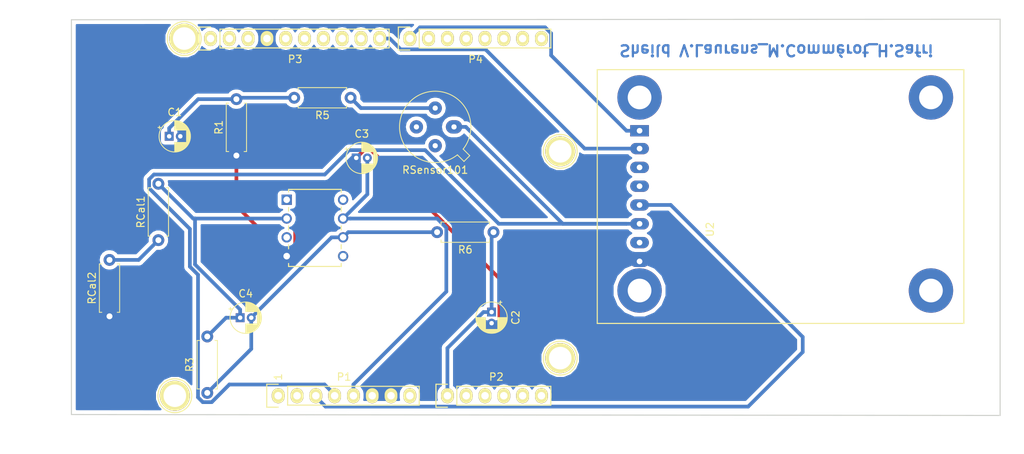
<source format=kicad_pcb>
(kicad_pcb (version 20171130) (host pcbnew 5.0.2-bee76a0~70~ubuntu18.04.1)

  (general
    (thickness 1.6)
    (drawings 23)
    (tracks 99)
    (zones 0)
    (modules 21)
    (nets 46)
  )

  (page A4)
  (title_block
    (title "PCB Gaz Sensor")
    (date "lun. 30 mars 2015")
    (company "INSA Toulouse")
    (comment 1 "Vincent Laurens")
    (comment 2 "Mickaël Commérot")
    (comment 3 "Hamza Safri")
    (comment 4 5ISS)
  )

  (layers
    (0 F.Cu signal)
    (31 B.Cu signal)
    (32 B.Adhes user)
    (33 F.Adhes user)
    (34 B.Paste user)
    (35 F.Paste user)
    (36 B.SilkS user)
    (37 F.SilkS user)
    (38 B.Mask user)
    (39 F.Mask user)
    (40 Dwgs.User user)
    (41 Cmts.User user)
    (42 Eco1.User user)
    (43 Eco2.User user)
    (44 Edge.Cuts user)
    (45 Margin user)
    (46 B.CrtYd user)
    (47 F.CrtYd user)
    (48 B.Fab user)
    (49 F.Fab user)
  )

  (setup
    (last_trace_width 0.25)
    (trace_clearance 0.2)
    (zone_clearance 0.508)
    (zone_45_only no)
    (trace_min 0.2)
    (segment_width 0.15)
    (edge_width 0.15)
    (via_size 0.6)
    (via_drill 0.4)
    (via_min_size 0.4)
    (via_min_drill 0.3)
    (uvia_size 0.3)
    (uvia_drill 0.1)
    (uvias_allowed no)
    (uvia_min_size 0.2)
    (uvia_min_drill 0.1)
    (pcb_text_width 0.3)
    (pcb_text_size 1.5 1.5)
    (mod_edge_width 0.15)
    (mod_text_size 1 1)
    (mod_text_width 0.15)
    (pad_size 1.2 1.2)
    (pad_drill 0.6)
    (pad_to_mask_clearance 0)
    (solder_mask_min_width 0.25)
    (aux_axis_origin 110.998 126.365)
    (grid_origin 110.998 126.365)
    (visible_elements FFFFFF7F)
    (pcbplotparams
      (layerselection 0x00030_80000001)
      (usegerberextensions false)
      (usegerberattributes false)
      (usegerberadvancedattributes false)
      (creategerberjobfile false)
      (excludeedgelayer true)
      (linewidth 0.100000)
      (plotframeref false)
      (viasonmask false)
      (mode 1)
      (useauxorigin false)
      (hpglpennumber 1)
      (hpglpenspeed 20)
      (hpglpendiameter 15.000000)
      (psnegative false)
      (psa4output false)
      (plotreference true)
      (plotvalue true)
      (plotinvisibletext false)
      (padsonsilk false)
      (subtractmaskfromsilk false)
      (outputformat 1)
      (mirror false)
      (drillshape 1)
      (scaleselection 1)
      (outputdirectory ""))
  )

  (net 0 "")
  (net 1 /IOREF)
  (net 2 /Reset)
  (net 3 +5V)
  (net 4 GND)
  (net 5 /Vin)
  (net 6 /A0)
  (net 7 /A1)
  (net 8 /A2)
  (net 9 /A3)
  (net 10 /AREF)
  (net 11 "/A4(SDA)")
  (net 12 "/A5(SCL)")
  (net 13 "/9(**)")
  (net 14 /8)
  (net 15 /7)
  (net 16 "/6(**)")
  (net 17 "/5(**)")
  (net 18 /4)
  (net 19 "/3(**)")
  (net 20 /2)
  (net 21 "/1(Tx)")
  (net 22 "/0(Rx)")
  (net 23 "Net-(P5-Pad1)")
  (net 24 "Net-(P6-Pad1)")
  (net 25 "Net-(P7-Pad1)")
  (net 26 "Net-(P8-Pad1)")
  (net 27 "/13(SCK)")
  (net 28 "/10(**/SS)")
  (net 29 "Net-(P1-Pad1)")
  (net 30 +3V3)
  (net 31 "/12(MISO)")
  (net 32 "/11(**/MOSI)")
  (net 33 "Net-(C1-Pad1)")
  (net 34 "Net-(C4-Pad2)")
  (net 35 "Net-(C4-Pad1)")
  (net 36 "Net-(P2-Pad5)")
  (net 37 "Net-(P2-Pad6)")
  (net 38 "Net-(R5-Pad1)")
  (net 39 "Net-(U1-Pad1)")
  (net 40 "Net-(U1-Pad5)")
  (net 41 "Net-(U1-Pad8)")
  (net 42 "Net-(U2-Pad3)")
  (net 43 "Net-(U2-Pad4)")
  (net 44 "Net-(U2-Pad7)")
  (net 45 "Net-(RCal1-Pad1)")

  (net_class Default "This is the default net class."
    (clearance 0.2)
    (trace_width 0.25)
    (via_dia 0.6)
    (via_drill 0.4)
    (uvia_dia 0.3)
    (uvia_drill 0.1)
    (add_net +3V3)
    (add_net +5V)
    (add_net "/0(Rx)")
    (add_net "/1(Tx)")
    (add_net "/10(**/SS)")
    (add_net "/11(**/MOSI)")
    (add_net "/12(MISO)")
    (add_net "/13(SCK)")
    (add_net /2)
    (add_net "/3(**)")
    (add_net /4)
    (add_net "/5(**)")
    (add_net "/6(**)")
    (add_net /7)
    (add_net /8)
    (add_net "/9(**)")
    (add_net /A0)
    (add_net /A1)
    (add_net /A2)
    (add_net /A3)
    (add_net "/A4(SDA)")
    (add_net "/A5(SCL)")
    (add_net /AREF)
    (add_net /IOREF)
    (add_net /Reset)
    (add_net /Vin)
    (add_net GND)
    (add_net "Net-(C1-Pad1)")
    (add_net "Net-(C4-Pad1)")
    (add_net "Net-(C4-Pad2)")
    (add_net "Net-(P1-Pad1)")
    (add_net "Net-(P2-Pad5)")
    (add_net "Net-(P2-Pad6)")
    (add_net "Net-(P5-Pad1)")
    (add_net "Net-(P6-Pad1)")
    (add_net "Net-(P7-Pad1)")
    (add_net "Net-(P8-Pad1)")
    (add_net "Net-(R5-Pad1)")
    (add_net "Net-(RCal1-Pad1)")
    (add_net "Net-(U1-Pad1)")
    (add_net "Net-(U1-Pad5)")
    (add_net "Net-(U1-Pad8)")
    (add_net "Net-(U2-Pad3)")
    (add_net "Net-(U2-Pad4)")
    (add_net "Net-(U2-Pad7)")
  )

  (module Socket_Arduino_Uno:Socket_Strip_Arduino_1x08 locked (layer F.Cu) (tedit 552168D2) (tstamp 551AF9EA)
    (at 138.938 123.825)
    (descr "Through hole socket strip")
    (tags "socket strip")
    (path /56D70129)
    (fp_text reference P1 (at 8.89 -2.54) (layer F.SilkS)
      (effects (font (size 1 1) (thickness 0.15)))
    )
    (fp_text value Power (at 8.89 -4.064) (layer F.Fab)
      (effects (font (size 1 1) (thickness 0.15)))
    )
    (fp_line (start -1.75 -1.75) (end -1.75 1.75) (layer F.CrtYd) (width 0.05))
    (fp_line (start 19.55 -1.75) (end 19.55 1.75) (layer F.CrtYd) (width 0.05))
    (fp_line (start -1.75 -1.75) (end 19.55 -1.75) (layer F.CrtYd) (width 0.05))
    (fp_line (start -1.75 1.75) (end 19.55 1.75) (layer F.CrtYd) (width 0.05))
    (fp_line (start 1.27 1.27) (end 19.05 1.27) (layer F.SilkS) (width 0.15))
    (fp_line (start 19.05 1.27) (end 19.05 -1.27) (layer F.SilkS) (width 0.15))
    (fp_line (start 19.05 -1.27) (end 1.27 -1.27) (layer F.SilkS) (width 0.15))
    (fp_line (start -1.55 1.55) (end 0 1.55) (layer F.SilkS) (width 0.15))
    (fp_line (start 1.27 1.27) (end 1.27 -1.27) (layer F.SilkS) (width 0.15))
    (fp_line (start 0 -1.55) (end -1.55 -1.55) (layer F.SilkS) (width 0.15))
    (fp_line (start -1.55 -1.55) (end -1.55 1.55) (layer F.SilkS) (width 0.15))
    (pad 1 thru_hole oval (at 0 0) (size 1.7272 2.032) (drill 1.016) (layers *.Cu *.Mask F.SilkS)
      (net 29 "Net-(P1-Pad1)"))
    (pad 2 thru_hole oval (at 2.54 0) (size 1.7272 2.032) (drill 1.016) (layers *.Cu *.Mask F.SilkS)
      (net 1 /IOREF))
    (pad 3 thru_hole oval (at 5.08 0) (size 1.7272 2.032) (drill 1.016) (layers *.Cu *.Mask F.SilkS)
      (net 2 /Reset))
    (pad 4 thru_hole oval (at 7.62 0) (size 1.7272 2.032) (drill 1.016) (layers *.Cu *.Mask F.SilkS)
      (net 30 +3V3))
    (pad 5 thru_hole oval (at 10.16 0) (size 1.7272 2.032) (drill 1.016) (layers *.Cu *.Mask F.SilkS)
      (net 3 +5V))
    (pad 6 thru_hole oval (at 12.7 0) (size 1.7272 2.032) (drill 1.016) (layers *.Cu *.Mask F.SilkS)
      (net 4 GND))
    (pad 7 thru_hole oval (at 15.24 0) (size 1.7272 2.032) (drill 1.016) (layers *.Cu *.Mask F.SilkS)
      (net 4 GND))
    (pad 8 thru_hole oval (at 17.78 0) (size 1.7272 2.032) (drill 1.016) (layers *.Cu *.Mask F.SilkS)
      (net 5 /Vin))
    (model ${KIPRJMOD}/Socket_Arduino_Uno.3dshapes/Socket_header_Arduino_1x08.wrl
      (offset (xyz 8.889999866485596 0 0))
      (scale (xyz 1 1 1))
      (rotate (xyz 0 0 180))
    )
  )

  (module Socket_Arduino_Uno:Socket_Strip_Arduino_1x06 locked (layer F.Cu) (tedit 552168D6) (tstamp 551AF9FF)
    (at 161.798 123.825)
    (descr "Through hole socket strip")
    (tags "socket strip")
    (path /56D70DD8)
    (fp_text reference P2 (at 6.604 -2.54) (layer F.SilkS)
      (effects (font (size 1 1) (thickness 0.15)))
    )
    (fp_text value Analog (at 6.604 -4.064) (layer F.Fab)
      (effects (font (size 1 1) (thickness 0.15)))
    )
    (fp_line (start -1.75 -1.75) (end -1.75 1.75) (layer F.CrtYd) (width 0.05))
    (fp_line (start 14.45 -1.75) (end 14.45 1.75) (layer F.CrtYd) (width 0.05))
    (fp_line (start -1.75 -1.75) (end 14.45 -1.75) (layer F.CrtYd) (width 0.05))
    (fp_line (start -1.75 1.75) (end 14.45 1.75) (layer F.CrtYd) (width 0.05))
    (fp_line (start 1.27 1.27) (end 13.97 1.27) (layer F.SilkS) (width 0.15))
    (fp_line (start 13.97 1.27) (end 13.97 -1.27) (layer F.SilkS) (width 0.15))
    (fp_line (start 13.97 -1.27) (end 1.27 -1.27) (layer F.SilkS) (width 0.15))
    (fp_line (start -1.55 1.55) (end 0 1.55) (layer F.SilkS) (width 0.15))
    (fp_line (start 1.27 1.27) (end 1.27 -1.27) (layer F.SilkS) (width 0.15))
    (fp_line (start 0 -1.55) (end -1.55 -1.55) (layer F.SilkS) (width 0.15))
    (fp_line (start -1.55 -1.55) (end -1.55 1.55) (layer F.SilkS) (width 0.15))
    (pad 1 thru_hole oval (at 0 0) (size 1.7272 2.032) (drill 1.016) (layers *.Cu *.Mask F.SilkS)
      (net 6 /A0))
    (pad 2 thru_hole oval (at 2.54 0) (size 1.7272 2.032) (drill 1.016) (layers *.Cu *.Mask F.SilkS)
      (net 7 /A1))
    (pad 3 thru_hole oval (at 5.08 0) (size 1.7272 2.032) (drill 1.016) (layers *.Cu *.Mask F.SilkS)
      (net 8 /A2))
    (pad 4 thru_hole oval (at 7.62 0) (size 1.7272 2.032) (drill 1.016) (layers *.Cu *.Mask F.SilkS)
      (net 9 /A3))
    (pad 5 thru_hole oval (at 10.16 0) (size 1.7272 2.032) (drill 1.016) (layers *.Cu *.Mask F.SilkS)
      (net 36 "Net-(P2-Pad5)"))
    (pad 6 thru_hole oval (at 12.7 0) (size 1.7272 2.032) (drill 1.016) (layers *.Cu *.Mask F.SilkS)
      (net 37 "Net-(P2-Pad6)"))
    (model ${KIPRJMOD}/Socket_Arduino_Uno.3dshapes/Socket_header_Arduino_1x06.wrl
      (offset (xyz 6.349999904632568 0 0))
      (scale (xyz 1 1 1))
      (rotate (xyz 0 0 180))
    )
  )

  (module Socket_Arduino_Uno:Socket_Strip_Arduino_1x10 locked (layer F.Cu) (tedit 552168BF) (tstamp 551AFA18)
    (at 129.794 75.565)
    (descr "Through hole socket strip")
    (tags "socket strip")
    (path /56D721E0)
    (fp_text reference P3 (at 11.43 2.794) (layer F.SilkS)
      (effects (font (size 1 1) (thickness 0.15)))
    )
    (fp_text value Digital (at 11.43 4.318) (layer F.Fab)
      (effects (font (size 1 1) (thickness 0.15)))
    )
    (fp_line (start -1.75 -1.75) (end -1.75 1.75) (layer F.CrtYd) (width 0.05))
    (fp_line (start 24.65 -1.75) (end 24.65 1.75) (layer F.CrtYd) (width 0.05))
    (fp_line (start -1.75 -1.75) (end 24.65 -1.75) (layer F.CrtYd) (width 0.05))
    (fp_line (start -1.75 1.75) (end 24.65 1.75) (layer F.CrtYd) (width 0.05))
    (fp_line (start 1.27 1.27) (end 24.13 1.27) (layer F.SilkS) (width 0.15))
    (fp_line (start 24.13 1.27) (end 24.13 -1.27) (layer F.SilkS) (width 0.15))
    (fp_line (start 24.13 -1.27) (end 1.27 -1.27) (layer F.SilkS) (width 0.15))
    (fp_line (start -1.55 1.55) (end 0 1.55) (layer F.SilkS) (width 0.15))
    (fp_line (start 1.27 1.27) (end 1.27 -1.27) (layer F.SilkS) (width 0.15))
    (fp_line (start 0 -1.55) (end -1.55 -1.55) (layer F.SilkS) (width 0.15))
    (fp_line (start -1.55 -1.55) (end -1.55 1.55) (layer F.SilkS) (width 0.15))
    (pad 1 thru_hole oval (at 0 0) (size 1.7272 2.032) (drill 1.016) (layers *.Cu *.Mask F.SilkS)
      (net 12 "/A5(SCL)"))
    (pad 2 thru_hole oval (at 2.54 0) (size 1.7272 2.032) (drill 1.016) (layers *.Cu *.Mask F.SilkS)
      (net 11 "/A4(SDA)"))
    (pad 3 thru_hole oval (at 5.08 0) (size 1.7272 2.032) (drill 1.016) (layers *.Cu *.Mask F.SilkS)
      (net 10 /AREF))
    (pad 4 thru_hole oval (at 7.62 0) (size 1.7272 2.032) (drill 1.016) (layers *.Cu *.Mask F.SilkS)
      (net 4 GND))
    (pad 5 thru_hole oval (at 10.16 0) (size 1.7272 2.032) (drill 1.016) (layers *.Cu *.Mask F.SilkS)
      (net 27 "/13(SCK)"))
    (pad 6 thru_hole oval (at 12.7 0) (size 1.7272 2.032) (drill 1.016) (layers *.Cu *.Mask F.SilkS)
      (net 31 "/12(MISO)"))
    (pad 7 thru_hole oval (at 15.24 0) (size 1.7272 2.032) (drill 1.016) (layers *.Cu *.Mask F.SilkS)
      (net 32 "/11(**/MOSI)"))
    (pad 8 thru_hole oval (at 17.78 0) (size 1.7272 2.032) (drill 1.016) (layers *.Cu *.Mask F.SilkS)
      (net 28 "/10(**/SS)"))
    (pad 9 thru_hole oval (at 20.32 0) (size 1.7272 2.032) (drill 1.016) (layers *.Cu *.Mask F.SilkS)
      (net 13 "/9(**)"))
    (pad 10 thru_hole oval (at 22.86 0) (size 1.7272 2.032) (drill 1.016) (layers *.Cu *.Mask F.SilkS)
      (net 14 /8))
    (model ${KIPRJMOD}/Socket_Arduino_Uno.3dshapes/Socket_header_Arduino_1x10.wrl
      (offset (xyz 11.42999982833862 0 0))
      (scale (xyz 1 1 1))
      (rotate (xyz 0 0 180))
    )
  )

  (module Socket_Arduino_Uno:Socket_Strip_Arduino_1x08 locked (layer F.Cu) (tedit 552168C7) (tstamp 551AFA2F)
    (at 156.718 75.565)
    (descr "Through hole socket strip")
    (tags "socket strip")
    (path /56D7164F)
    (fp_text reference P4 (at 8.89 2.794) (layer F.SilkS)
      (effects (font (size 1 1) (thickness 0.15)))
    )
    (fp_text value Digital (at 8.89 4.318) (layer F.Fab)
      (effects (font (size 1 1) (thickness 0.15)))
    )
    (fp_line (start -1.75 -1.75) (end -1.75 1.75) (layer F.CrtYd) (width 0.05))
    (fp_line (start 19.55 -1.75) (end 19.55 1.75) (layer F.CrtYd) (width 0.05))
    (fp_line (start -1.75 -1.75) (end 19.55 -1.75) (layer F.CrtYd) (width 0.05))
    (fp_line (start -1.75 1.75) (end 19.55 1.75) (layer F.CrtYd) (width 0.05))
    (fp_line (start 1.27 1.27) (end 19.05 1.27) (layer F.SilkS) (width 0.15))
    (fp_line (start 19.05 1.27) (end 19.05 -1.27) (layer F.SilkS) (width 0.15))
    (fp_line (start 19.05 -1.27) (end 1.27 -1.27) (layer F.SilkS) (width 0.15))
    (fp_line (start -1.55 1.55) (end 0 1.55) (layer F.SilkS) (width 0.15))
    (fp_line (start 1.27 1.27) (end 1.27 -1.27) (layer F.SilkS) (width 0.15))
    (fp_line (start 0 -1.55) (end -1.55 -1.55) (layer F.SilkS) (width 0.15))
    (fp_line (start -1.55 -1.55) (end -1.55 1.55) (layer F.SilkS) (width 0.15))
    (pad 1 thru_hole oval (at 0 0) (size 1.7272 2.032) (drill 1.016) (layers *.Cu *.Mask F.SilkS)
      (net 15 /7))
    (pad 2 thru_hole oval (at 2.54 0) (size 1.7272 2.032) (drill 1.016) (layers *.Cu *.Mask F.SilkS)
      (net 16 "/6(**)"))
    (pad 3 thru_hole oval (at 5.08 0) (size 1.7272 2.032) (drill 1.016) (layers *.Cu *.Mask F.SilkS)
      (net 17 "/5(**)"))
    (pad 4 thru_hole oval (at 7.62 0) (size 1.7272 2.032) (drill 1.016) (layers *.Cu *.Mask F.SilkS)
      (net 18 /4))
    (pad 5 thru_hole oval (at 10.16 0) (size 1.7272 2.032) (drill 1.016) (layers *.Cu *.Mask F.SilkS)
      (net 19 "/3(**)"))
    (pad 6 thru_hole oval (at 12.7 0) (size 1.7272 2.032) (drill 1.016) (layers *.Cu *.Mask F.SilkS)
      (net 20 /2))
    (pad 7 thru_hole oval (at 15.24 0) (size 1.7272 2.032) (drill 1.016) (layers *.Cu *.Mask F.SilkS)
      (net 21 "/1(Tx)"))
    (pad 8 thru_hole oval (at 17.78 0) (size 1.7272 2.032) (drill 1.016) (layers *.Cu *.Mask F.SilkS)
      (net 22 "/0(Rx)"))
    (model ${KIPRJMOD}/Socket_Arduino_Uno.3dshapes/Socket_header_Arduino_1x08.wrl
      (offset (xyz 8.889999866485596 0 0))
      (scale (xyz 1 1 1))
      (rotate (xyz 0 0 180))
    )
  )

  (module Socket_Arduino_Uno:Arduino_1pin locked (layer F.Cu) (tedit 5524FC39) (tstamp 5524FC3F)
    (at 124.968 123.825)
    (descr "module 1 pin (ou trou mecanique de percage)")
    (tags DEV)
    (path /56D71177)
    (fp_text reference P5 (at 0 -3.048) (layer F.SilkS) hide
      (effects (font (size 1 1) (thickness 0.15)))
    )
    (fp_text value CONN_01X01 (at 0 2.794) (layer F.Fab) hide
      (effects (font (size 1 1) (thickness 0.15)))
    )
    (fp_circle (center 0 0) (end 0 -2.286) (layer F.SilkS) (width 0.15))
    (pad 1 thru_hole circle (at 0 0) (size 4.064 4.064) (drill 3.048) (layers *.Cu *.Mask F.SilkS)
      (net 23 "Net-(P5-Pad1)"))
  )

  (module Socket_Arduino_Uno:Arduino_1pin locked (layer F.Cu) (tedit 5524FC4A) (tstamp 5524FC44)
    (at 177.038 118.745)
    (descr "module 1 pin (ou trou mecanique de percage)")
    (tags DEV)
    (path /56D71274)
    (fp_text reference P6 (at 0 -3.048) (layer F.SilkS) hide
      (effects (font (size 1 1) (thickness 0.15)))
    )
    (fp_text value CONN_01X01 (at 0 2.794) (layer F.Fab) hide
      (effects (font (size 1 1) (thickness 0.15)))
    )
    (fp_circle (center 0 0) (end 0 -2.286) (layer F.SilkS) (width 0.15))
    (pad 1 thru_hole circle (at 0 0) (size 4.064 4.064) (drill 3.048) (layers *.Cu *.Mask F.SilkS)
      (net 24 "Net-(P6-Pad1)"))
  )

  (module Socket_Arduino_Uno:Arduino_1pin locked (layer F.Cu) (tedit 5524FC2F) (tstamp 5524FC49)
    (at 126.238 75.565)
    (descr "module 1 pin (ou trou mecanique de percage)")
    (tags DEV)
    (path /56D712A8)
    (fp_text reference P7 (at 0 -3.048) (layer F.SilkS) hide
      (effects (font (size 1 1) (thickness 0.15)))
    )
    (fp_text value CONN_01X01 (at 0 2.794) (layer F.Fab) hide
      (effects (font (size 1 1) (thickness 0.15)))
    )
    (fp_circle (center 0 0) (end 0 -2.286) (layer F.SilkS) (width 0.15))
    (pad 1 thru_hole circle (at 0 0) (size 4.064 4.064) (drill 3.048) (layers *.Cu *.Mask F.SilkS)
      (net 25 "Net-(P7-Pad1)"))
  )

  (module Socket_Arduino_Uno:Arduino_1pin locked (layer F.Cu) (tedit 5524FC41) (tstamp 5524FC4E)
    (at 177.038 90.805)
    (descr "module 1 pin (ou trou mecanique de percage)")
    (tags DEV)
    (path /56D712DB)
    (fp_text reference P8 (at 0 -3.048) (layer F.SilkS) hide
      (effects (font (size 1 1) (thickness 0.15)))
    )
    (fp_text value CONN_01X01 (at 0 2.794) (layer F.Fab) hide
      (effects (font (size 1 1) (thickness 0.15)))
    )
    (fp_circle (center 0 0) (end 0 -2.286) (layer F.SilkS) (width 0.15))
    (pad 1 thru_hole circle (at 0 0) (size 4.064 4.064) (drill 3.048) (layers *.Cu *.Mask F.SilkS)
      (net 26 "Net-(P8-Pad1)"))
  )

  (module Capacitor_THT:CP_Radial_D4.0mm_P1.50mm (layer F.Cu) (tedit 5AE50EF0) (tstamp 5E783E09)
    (at 124.206 88.773)
    (descr "CP, Radial series, Radial, pin pitch=1.50mm, , diameter=4mm, Electrolytic Capacitor")
    (tags "CP Radial series Radial pin pitch 1.50mm  diameter 4mm Electrolytic Capacitor")
    (path /5DFEEDB2)
    (fp_text reference C1 (at 0.75 -3.25) (layer F.SilkS)
      (effects (font (size 1 1) (thickness 0.15)))
    )
    (fp_text value 100n (at 0.75 3.25) (layer F.Fab)
      (effects (font (size 1 1) (thickness 0.15)))
    )
    (fp_circle (center 0.75 0) (end 2.75 0) (layer F.Fab) (width 0.1))
    (fp_circle (center 0.75 0) (end 2.87 0) (layer F.SilkS) (width 0.12))
    (fp_circle (center 0.75 0) (end 3 0) (layer F.CrtYd) (width 0.05))
    (fp_line (start -0.952554 -0.8675) (end -0.552554 -0.8675) (layer F.Fab) (width 0.1))
    (fp_line (start -0.752554 -1.0675) (end -0.752554 -0.6675) (layer F.Fab) (width 0.1))
    (fp_line (start 0.75 0.84) (end 0.75 2.08) (layer F.SilkS) (width 0.12))
    (fp_line (start 0.75 -2.08) (end 0.75 -0.84) (layer F.SilkS) (width 0.12))
    (fp_line (start 0.79 0.84) (end 0.79 2.08) (layer F.SilkS) (width 0.12))
    (fp_line (start 0.79 -2.08) (end 0.79 -0.84) (layer F.SilkS) (width 0.12))
    (fp_line (start 0.83 0.84) (end 0.83 2.079) (layer F.SilkS) (width 0.12))
    (fp_line (start 0.83 -2.079) (end 0.83 -0.84) (layer F.SilkS) (width 0.12))
    (fp_line (start 0.87 -2.077) (end 0.87 -0.84) (layer F.SilkS) (width 0.12))
    (fp_line (start 0.87 0.84) (end 0.87 2.077) (layer F.SilkS) (width 0.12))
    (fp_line (start 0.91 -2.074) (end 0.91 -0.84) (layer F.SilkS) (width 0.12))
    (fp_line (start 0.91 0.84) (end 0.91 2.074) (layer F.SilkS) (width 0.12))
    (fp_line (start 0.95 -2.071) (end 0.95 -0.84) (layer F.SilkS) (width 0.12))
    (fp_line (start 0.95 0.84) (end 0.95 2.071) (layer F.SilkS) (width 0.12))
    (fp_line (start 0.99 -2.067) (end 0.99 -0.84) (layer F.SilkS) (width 0.12))
    (fp_line (start 0.99 0.84) (end 0.99 2.067) (layer F.SilkS) (width 0.12))
    (fp_line (start 1.03 -2.062) (end 1.03 -0.84) (layer F.SilkS) (width 0.12))
    (fp_line (start 1.03 0.84) (end 1.03 2.062) (layer F.SilkS) (width 0.12))
    (fp_line (start 1.07 -2.056) (end 1.07 -0.84) (layer F.SilkS) (width 0.12))
    (fp_line (start 1.07 0.84) (end 1.07 2.056) (layer F.SilkS) (width 0.12))
    (fp_line (start 1.11 -2.05) (end 1.11 -0.84) (layer F.SilkS) (width 0.12))
    (fp_line (start 1.11 0.84) (end 1.11 2.05) (layer F.SilkS) (width 0.12))
    (fp_line (start 1.15 -2.042) (end 1.15 -0.84) (layer F.SilkS) (width 0.12))
    (fp_line (start 1.15 0.84) (end 1.15 2.042) (layer F.SilkS) (width 0.12))
    (fp_line (start 1.19 -2.034) (end 1.19 -0.84) (layer F.SilkS) (width 0.12))
    (fp_line (start 1.19 0.84) (end 1.19 2.034) (layer F.SilkS) (width 0.12))
    (fp_line (start 1.23 -2.025) (end 1.23 -0.84) (layer F.SilkS) (width 0.12))
    (fp_line (start 1.23 0.84) (end 1.23 2.025) (layer F.SilkS) (width 0.12))
    (fp_line (start 1.27 -2.016) (end 1.27 -0.84) (layer F.SilkS) (width 0.12))
    (fp_line (start 1.27 0.84) (end 1.27 2.016) (layer F.SilkS) (width 0.12))
    (fp_line (start 1.31 -2.005) (end 1.31 -0.84) (layer F.SilkS) (width 0.12))
    (fp_line (start 1.31 0.84) (end 1.31 2.005) (layer F.SilkS) (width 0.12))
    (fp_line (start 1.35 -1.994) (end 1.35 -0.84) (layer F.SilkS) (width 0.12))
    (fp_line (start 1.35 0.84) (end 1.35 1.994) (layer F.SilkS) (width 0.12))
    (fp_line (start 1.39 -1.982) (end 1.39 -0.84) (layer F.SilkS) (width 0.12))
    (fp_line (start 1.39 0.84) (end 1.39 1.982) (layer F.SilkS) (width 0.12))
    (fp_line (start 1.43 -1.968) (end 1.43 -0.84) (layer F.SilkS) (width 0.12))
    (fp_line (start 1.43 0.84) (end 1.43 1.968) (layer F.SilkS) (width 0.12))
    (fp_line (start 1.471 -1.954) (end 1.471 -0.84) (layer F.SilkS) (width 0.12))
    (fp_line (start 1.471 0.84) (end 1.471 1.954) (layer F.SilkS) (width 0.12))
    (fp_line (start 1.511 -1.94) (end 1.511 -0.84) (layer F.SilkS) (width 0.12))
    (fp_line (start 1.511 0.84) (end 1.511 1.94) (layer F.SilkS) (width 0.12))
    (fp_line (start 1.551 -1.924) (end 1.551 -0.84) (layer F.SilkS) (width 0.12))
    (fp_line (start 1.551 0.84) (end 1.551 1.924) (layer F.SilkS) (width 0.12))
    (fp_line (start 1.591 -1.907) (end 1.591 -0.84) (layer F.SilkS) (width 0.12))
    (fp_line (start 1.591 0.84) (end 1.591 1.907) (layer F.SilkS) (width 0.12))
    (fp_line (start 1.631 -1.889) (end 1.631 -0.84) (layer F.SilkS) (width 0.12))
    (fp_line (start 1.631 0.84) (end 1.631 1.889) (layer F.SilkS) (width 0.12))
    (fp_line (start 1.671 -1.87) (end 1.671 -0.84) (layer F.SilkS) (width 0.12))
    (fp_line (start 1.671 0.84) (end 1.671 1.87) (layer F.SilkS) (width 0.12))
    (fp_line (start 1.711 -1.851) (end 1.711 -0.84) (layer F.SilkS) (width 0.12))
    (fp_line (start 1.711 0.84) (end 1.711 1.851) (layer F.SilkS) (width 0.12))
    (fp_line (start 1.751 -1.83) (end 1.751 -0.84) (layer F.SilkS) (width 0.12))
    (fp_line (start 1.751 0.84) (end 1.751 1.83) (layer F.SilkS) (width 0.12))
    (fp_line (start 1.791 -1.808) (end 1.791 -0.84) (layer F.SilkS) (width 0.12))
    (fp_line (start 1.791 0.84) (end 1.791 1.808) (layer F.SilkS) (width 0.12))
    (fp_line (start 1.831 -1.785) (end 1.831 -0.84) (layer F.SilkS) (width 0.12))
    (fp_line (start 1.831 0.84) (end 1.831 1.785) (layer F.SilkS) (width 0.12))
    (fp_line (start 1.871 -1.76) (end 1.871 -0.84) (layer F.SilkS) (width 0.12))
    (fp_line (start 1.871 0.84) (end 1.871 1.76) (layer F.SilkS) (width 0.12))
    (fp_line (start 1.911 -1.735) (end 1.911 -0.84) (layer F.SilkS) (width 0.12))
    (fp_line (start 1.911 0.84) (end 1.911 1.735) (layer F.SilkS) (width 0.12))
    (fp_line (start 1.951 -1.708) (end 1.951 -0.84) (layer F.SilkS) (width 0.12))
    (fp_line (start 1.951 0.84) (end 1.951 1.708) (layer F.SilkS) (width 0.12))
    (fp_line (start 1.991 -1.68) (end 1.991 -0.84) (layer F.SilkS) (width 0.12))
    (fp_line (start 1.991 0.84) (end 1.991 1.68) (layer F.SilkS) (width 0.12))
    (fp_line (start 2.031 -1.65) (end 2.031 -0.84) (layer F.SilkS) (width 0.12))
    (fp_line (start 2.031 0.84) (end 2.031 1.65) (layer F.SilkS) (width 0.12))
    (fp_line (start 2.071 -1.619) (end 2.071 -0.84) (layer F.SilkS) (width 0.12))
    (fp_line (start 2.071 0.84) (end 2.071 1.619) (layer F.SilkS) (width 0.12))
    (fp_line (start 2.111 -1.587) (end 2.111 -0.84) (layer F.SilkS) (width 0.12))
    (fp_line (start 2.111 0.84) (end 2.111 1.587) (layer F.SilkS) (width 0.12))
    (fp_line (start 2.151 -1.552) (end 2.151 -0.84) (layer F.SilkS) (width 0.12))
    (fp_line (start 2.151 0.84) (end 2.151 1.552) (layer F.SilkS) (width 0.12))
    (fp_line (start 2.191 -1.516) (end 2.191 -0.84) (layer F.SilkS) (width 0.12))
    (fp_line (start 2.191 0.84) (end 2.191 1.516) (layer F.SilkS) (width 0.12))
    (fp_line (start 2.231 -1.478) (end 2.231 -0.84) (layer F.SilkS) (width 0.12))
    (fp_line (start 2.231 0.84) (end 2.231 1.478) (layer F.SilkS) (width 0.12))
    (fp_line (start 2.271 -1.438) (end 2.271 -0.84) (layer F.SilkS) (width 0.12))
    (fp_line (start 2.271 0.84) (end 2.271 1.438) (layer F.SilkS) (width 0.12))
    (fp_line (start 2.311 -1.396) (end 2.311 -0.84) (layer F.SilkS) (width 0.12))
    (fp_line (start 2.311 0.84) (end 2.311 1.396) (layer F.SilkS) (width 0.12))
    (fp_line (start 2.351 -1.351) (end 2.351 1.351) (layer F.SilkS) (width 0.12))
    (fp_line (start 2.391 -1.304) (end 2.391 1.304) (layer F.SilkS) (width 0.12))
    (fp_line (start 2.431 -1.254) (end 2.431 1.254) (layer F.SilkS) (width 0.12))
    (fp_line (start 2.471 -1.2) (end 2.471 1.2) (layer F.SilkS) (width 0.12))
    (fp_line (start 2.511 -1.142) (end 2.511 1.142) (layer F.SilkS) (width 0.12))
    (fp_line (start 2.551 -1.08) (end 2.551 1.08) (layer F.SilkS) (width 0.12))
    (fp_line (start 2.591 -1.013) (end 2.591 1.013) (layer F.SilkS) (width 0.12))
    (fp_line (start 2.631 -0.94) (end 2.631 0.94) (layer F.SilkS) (width 0.12))
    (fp_line (start 2.671 -0.859) (end 2.671 0.859) (layer F.SilkS) (width 0.12))
    (fp_line (start 2.711 -0.768) (end 2.711 0.768) (layer F.SilkS) (width 0.12))
    (fp_line (start 2.751 -0.664) (end 2.751 0.664) (layer F.SilkS) (width 0.12))
    (fp_line (start 2.791 -0.537) (end 2.791 0.537) (layer F.SilkS) (width 0.12))
    (fp_line (start 2.831 -0.37) (end 2.831 0.37) (layer F.SilkS) (width 0.12))
    (fp_line (start -1.519801 -1.195) (end -1.119801 -1.195) (layer F.SilkS) (width 0.12))
    (fp_line (start -1.319801 -1.395) (end -1.319801 -0.995) (layer F.SilkS) (width 0.12))
    (fp_text user %R (at 0.75 0) (layer F.Fab)
      (effects (font (size 0.8 0.8) (thickness 0.12)))
    )
    (pad 1 thru_hole rect (at 0 0) (size 1.2 1.2) (drill 0.6) (layers *.Cu *.Mask)
      (net 33 "Net-(C1-Pad1)"))
    (pad 2 thru_hole circle (at 1.5 0) (size 1.2 1.2) (drill 0.6) (layers *.Cu *.Mask)
      (net 4 GND))
    (model ${KISYS3DMOD}/Capacitor_THT.3dshapes/CP_Radial_D4.0mm_P1.50mm.wrl
      (at (xyz 0 0 0))
      (scale (xyz 1 1 1))
      (rotate (xyz 0 0 0))
    )
  )

  (module Capacitor_THT:CP_Radial_D4.0mm_P1.50mm (layer F.Cu) (tedit 5AE50EF0) (tstamp 5E783E74)
    (at 167.767 112.522 270)
    (descr "CP, Radial series, Radial, pin pitch=1.50mm, , diameter=4mm, Electrolytic Capacitor")
    (tags "CP Radial series Radial pin pitch 1.50mm  diameter 4mm Electrolytic Capacitor")
    (path /5DFEA6F0)
    (fp_text reference C2 (at 0.75 -3.25 270) (layer F.SilkS)
      (effects (font (size 1 1) (thickness 0.15)))
    )
    (fp_text value 100n (at 0.75 3.25 270) (layer F.Fab)
      (effects (font (size 1 1) (thickness 0.15)))
    )
    (fp_text user %R (at 0.75 0 270) (layer F.Fab)
      (effects (font (size 0.8 0.8) (thickness 0.12)))
    )
    (fp_line (start -1.319801 -1.395) (end -1.319801 -0.995) (layer F.SilkS) (width 0.12))
    (fp_line (start -1.519801 -1.195) (end -1.119801 -1.195) (layer F.SilkS) (width 0.12))
    (fp_line (start 2.831 -0.37) (end 2.831 0.37) (layer F.SilkS) (width 0.12))
    (fp_line (start 2.791 -0.537) (end 2.791 0.537) (layer F.SilkS) (width 0.12))
    (fp_line (start 2.751 -0.664) (end 2.751 0.664) (layer F.SilkS) (width 0.12))
    (fp_line (start 2.711 -0.768) (end 2.711 0.768) (layer F.SilkS) (width 0.12))
    (fp_line (start 2.671 -0.859) (end 2.671 0.859) (layer F.SilkS) (width 0.12))
    (fp_line (start 2.631 -0.94) (end 2.631 0.94) (layer F.SilkS) (width 0.12))
    (fp_line (start 2.591 -1.013) (end 2.591 1.013) (layer F.SilkS) (width 0.12))
    (fp_line (start 2.551 -1.08) (end 2.551 1.08) (layer F.SilkS) (width 0.12))
    (fp_line (start 2.511 -1.142) (end 2.511 1.142) (layer F.SilkS) (width 0.12))
    (fp_line (start 2.471 -1.2) (end 2.471 1.2) (layer F.SilkS) (width 0.12))
    (fp_line (start 2.431 -1.254) (end 2.431 1.254) (layer F.SilkS) (width 0.12))
    (fp_line (start 2.391 -1.304) (end 2.391 1.304) (layer F.SilkS) (width 0.12))
    (fp_line (start 2.351 -1.351) (end 2.351 1.351) (layer F.SilkS) (width 0.12))
    (fp_line (start 2.311 0.84) (end 2.311 1.396) (layer F.SilkS) (width 0.12))
    (fp_line (start 2.311 -1.396) (end 2.311 -0.84) (layer F.SilkS) (width 0.12))
    (fp_line (start 2.271 0.84) (end 2.271 1.438) (layer F.SilkS) (width 0.12))
    (fp_line (start 2.271 -1.438) (end 2.271 -0.84) (layer F.SilkS) (width 0.12))
    (fp_line (start 2.231 0.84) (end 2.231 1.478) (layer F.SilkS) (width 0.12))
    (fp_line (start 2.231 -1.478) (end 2.231 -0.84) (layer F.SilkS) (width 0.12))
    (fp_line (start 2.191 0.84) (end 2.191 1.516) (layer F.SilkS) (width 0.12))
    (fp_line (start 2.191 -1.516) (end 2.191 -0.84) (layer F.SilkS) (width 0.12))
    (fp_line (start 2.151 0.84) (end 2.151 1.552) (layer F.SilkS) (width 0.12))
    (fp_line (start 2.151 -1.552) (end 2.151 -0.84) (layer F.SilkS) (width 0.12))
    (fp_line (start 2.111 0.84) (end 2.111 1.587) (layer F.SilkS) (width 0.12))
    (fp_line (start 2.111 -1.587) (end 2.111 -0.84) (layer F.SilkS) (width 0.12))
    (fp_line (start 2.071 0.84) (end 2.071 1.619) (layer F.SilkS) (width 0.12))
    (fp_line (start 2.071 -1.619) (end 2.071 -0.84) (layer F.SilkS) (width 0.12))
    (fp_line (start 2.031 0.84) (end 2.031 1.65) (layer F.SilkS) (width 0.12))
    (fp_line (start 2.031 -1.65) (end 2.031 -0.84) (layer F.SilkS) (width 0.12))
    (fp_line (start 1.991 0.84) (end 1.991 1.68) (layer F.SilkS) (width 0.12))
    (fp_line (start 1.991 -1.68) (end 1.991 -0.84) (layer F.SilkS) (width 0.12))
    (fp_line (start 1.951 0.84) (end 1.951 1.708) (layer F.SilkS) (width 0.12))
    (fp_line (start 1.951 -1.708) (end 1.951 -0.84) (layer F.SilkS) (width 0.12))
    (fp_line (start 1.911 0.84) (end 1.911 1.735) (layer F.SilkS) (width 0.12))
    (fp_line (start 1.911 -1.735) (end 1.911 -0.84) (layer F.SilkS) (width 0.12))
    (fp_line (start 1.871 0.84) (end 1.871 1.76) (layer F.SilkS) (width 0.12))
    (fp_line (start 1.871 -1.76) (end 1.871 -0.84) (layer F.SilkS) (width 0.12))
    (fp_line (start 1.831 0.84) (end 1.831 1.785) (layer F.SilkS) (width 0.12))
    (fp_line (start 1.831 -1.785) (end 1.831 -0.84) (layer F.SilkS) (width 0.12))
    (fp_line (start 1.791 0.84) (end 1.791 1.808) (layer F.SilkS) (width 0.12))
    (fp_line (start 1.791 -1.808) (end 1.791 -0.84) (layer F.SilkS) (width 0.12))
    (fp_line (start 1.751 0.84) (end 1.751 1.83) (layer F.SilkS) (width 0.12))
    (fp_line (start 1.751 -1.83) (end 1.751 -0.84) (layer F.SilkS) (width 0.12))
    (fp_line (start 1.711 0.84) (end 1.711 1.851) (layer F.SilkS) (width 0.12))
    (fp_line (start 1.711 -1.851) (end 1.711 -0.84) (layer F.SilkS) (width 0.12))
    (fp_line (start 1.671 0.84) (end 1.671 1.87) (layer F.SilkS) (width 0.12))
    (fp_line (start 1.671 -1.87) (end 1.671 -0.84) (layer F.SilkS) (width 0.12))
    (fp_line (start 1.631 0.84) (end 1.631 1.889) (layer F.SilkS) (width 0.12))
    (fp_line (start 1.631 -1.889) (end 1.631 -0.84) (layer F.SilkS) (width 0.12))
    (fp_line (start 1.591 0.84) (end 1.591 1.907) (layer F.SilkS) (width 0.12))
    (fp_line (start 1.591 -1.907) (end 1.591 -0.84) (layer F.SilkS) (width 0.12))
    (fp_line (start 1.551 0.84) (end 1.551 1.924) (layer F.SilkS) (width 0.12))
    (fp_line (start 1.551 -1.924) (end 1.551 -0.84) (layer F.SilkS) (width 0.12))
    (fp_line (start 1.511 0.84) (end 1.511 1.94) (layer F.SilkS) (width 0.12))
    (fp_line (start 1.511 -1.94) (end 1.511 -0.84) (layer F.SilkS) (width 0.12))
    (fp_line (start 1.471 0.84) (end 1.471 1.954) (layer F.SilkS) (width 0.12))
    (fp_line (start 1.471 -1.954) (end 1.471 -0.84) (layer F.SilkS) (width 0.12))
    (fp_line (start 1.43 0.84) (end 1.43 1.968) (layer F.SilkS) (width 0.12))
    (fp_line (start 1.43 -1.968) (end 1.43 -0.84) (layer F.SilkS) (width 0.12))
    (fp_line (start 1.39 0.84) (end 1.39 1.982) (layer F.SilkS) (width 0.12))
    (fp_line (start 1.39 -1.982) (end 1.39 -0.84) (layer F.SilkS) (width 0.12))
    (fp_line (start 1.35 0.84) (end 1.35 1.994) (layer F.SilkS) (width 0.12))
    (fp_line (start 1.35 -1.994) (end 1.35 -0.84) (layer F.SilkS) (width 0.12))
    (fp_line (start 1.31 0.84) (end 1.31 2.005) (layer F.SilkS) (width 0.12))
    (fp_line (start 1.31 -2.005) (end 1.31 -0.84) (layer F.SilkS) (width 0.12))
    (fp_line (start 1.27 0.84) (end 1.27 2.016) (layer F.SilkS) (width 0.12))
    (fp_line (start 1.27 -2.016) (end 1.27 -0.84) (layer F.SilkS) (width 0.12))
    (fp_line (start 1.23 0.84) (end 1.23 2.025) (layer F.SilkS) (width 0.12))
    (fp_line (start 1.23 -2.025) (end 1.23 -0.84) (layer F.SilkS) (width 0.12))
    (fp_line (start 1.19 0.84) (end 1.19 2.034) (layer F.SilkS) (width 0.12))
    (fp_line (start 1.19 -2.034) (end 1.19 -0.84) (layer F.SilkS) (width 0.12))
    (fp_line (start 1.15 0.84) (end 1.15 2.042) (layer F.SilkS) (width 0.12))
    (fp_line (start 1.15 -2.042) (end 1.15 -0.84) (layer F.SilkS) (width 0.12))
    (fp_line (start 1.11 0.84) (end 1.11 2.05) (layer F.SilkS) (width 0.12))
    (fp_line (start 1.11 -2.05) (end 1.11 -0.84) (layer F.SilkS) (width 0.12))
    (fp_line (start 1.07 0.84) (end 1.07 2.056) (layer F.SilkS) (width 0.12))
    (fp_line (start 1.07 -2.056) (end 1.07 -0.84) (layer F.SilkS) (width 0.12))
    (fp_line (start 1.03 0.84) (end 1.03 2.062) (layer F.SilkS) (width 0.12))
    (fp_line (start 1.03 -2.062) (end 1.03 -0.84) (layer F.SilkS) (width 0.12))
    (fp_line (start 0.99 0.84) (end 0.99 2.067) (layer F.SilkS) (width 0.12))
    (fp_line (start 0.99 -2.067) (end 0.99 -0.84) (layer F.SilkS) (width 0.12))
    (fp_line (start 0.95 0.84) (end 0.95 2.071) (layer F.SilkS) (width 0.12))
    (fp_line (start 0.95 -2.071) (end 0.95 -0.84) (layer F.SilkS) (width 0.12))
    (fp_line (start 0.91 0.84) (end 0.91 2.074) (layer F.SilkS) (width 0.12))
    (fp_line (start 0.91 -2.074) (end 0.91 -0.84) (layer F.SilkS) (width 0.12))
    (fp_line (start 0.87 0.84) (end 0.87 2.077) (layer F.SilkS) (width 0.12))
    (fp_line (start 0.87 -2.077) (end 0.87 -0.84) (layer F.SilkS) (width 0.12))
    (fp_line (start 0.83 -2.079) (end 0.83 -0.84) (layer F.SilkS) (width 0.12))
    (fp_line (start 0.83 0.84) (end 0.83 2.079) (layer F.SilkS) (width 0.12))
    (fp_line (start 0.79 -2.08) (end 0.79 -0.84) (layer F.SilkS) (width 0.12))
    (fp_line (start 0.79 0.84) (end 0.79 2.08) (layer F.SilkS) (width 0.12))
    (fp_line (start 0.75 -2.08) (end 0.75 -0.84) (layer F.SilkS) (width 0.12))
    (fp_line (start 0.75 0.84) (end 0.75 2.08) (layer F.SilkS) (width 0.12))
    (fp_line (start -0.752554 -1.0675) (end -0.752554 -0.6675) (layer F.Fab) (width 0.1))
    (fp_line (start -0.952554 -0.8675) (end -0.552554 -0.8675) (layer F.Fab) (width 0.1))
    (fp_circle (center 0.75 0) (end 3 0) (layer F.CrtYd) (width 0.05))
    (fp_circle (center 0.75 0) (end 2.87 0) (layer F.SilkS) (width 0.12))
    (fp_circle (center 0.75 0) (end 2.75 0) (layer F.Fab) (width 0.1))
    (pad 2 thru_hole circle (at 1.5 0 270) (size 1.2 1.2) (drill 0.6) (layers *.Cu *.Mask)
      (net 4 GND))
    (pad 1 thru_hole rect (at 0 0 270) (size 1.2 1.2) (drill 0.6) (layers *.Cu *.Mask)
      (net 6 /A0))
    (model ${KISYS3DMOD}/Capacitor_THT.3dshapes/CP_Radial_D4.0mm_P1.50mm.wrl
      (at (xyz 0 0 0))
      (scale (xyz 1 1 1))
      (rotate (xyz 0 0 0))
    )
  )

  (module Capacitor_THT:CP_Radial_D4.0mm_P1.50mm (layer F.Cu) (tedit 5AE50EF0) (tstamp 5E783EDF)
    (at 133.7945 113.284)
    (descr "CP, Radial series, Radial, pin pitch=1.50mm, , diameter=4mm, Electrolytic Capacitor")
    (tags "CP Radial series Radial pin pitch 1.50mm  diameter 4mm Electrolytic Capacitor")
    (path /5DFEEB29)
    (fp_text reference C4 (at 0.75 -3.25) (layer F.SilkS)
      (effects (font (size 1 1) (thickness 0.15)))
    )
    (fp_text value 1u (at 0.75 3.25) (layer F.Fab)
      (effects (font (size 1 1) (thickness 0.15)))
    )
    (fp_text user %R (at 0.75 0) (layer F.Fab)
      (effects (font (size 0.8 0.8) (thickness 0.12)))
    )
    (fp_line (start -1.319801 -1.395) (end -1.319801 -0.995) (layer F.SilkS) (width 0.12))
    (fp_line (start -1.519801 -1.195) (end -1.119801 -1.195) (layer F.SilkS) (width 0.12))
    (fp_line (start 2.831 -0.37) (end 2.831 0.37) (layer F.SilkS) (width 0.12))
    (fp_line (start 2.791 -0.537) (end 2.791 0.537) (layer F.SilkS) (width 0.12))
    (fp_line (start 2.751 -0.664) (end 2.751 0.664) (layer F.SilkS) (width 0.12))
    (fp_line (start 2.711 -0.768) (end 2.711 0.768) (layer F.SilkS) (width 0.12))
    (fp_line (start 2.671 -0.859) (end 2.671 0.859) (layer F.SilkS) (width 0.12))
    (fp_line (start 2.631 -0.94) (end 2.631 0.94) (layer F.SilkS) (width 0.12))
    (fp_line (start 2.591 -1.013) (end 2.591 1.013) (layer F.SilkS) (width 0.12))
    (fp_line (start 2.551 -1.08) (end 2.551 1.08) (layer F.SilkS) (width 0.12))
    (fp_line (start 2.511 -1.142) (end 2.511 1.142) (layer F.SilkS) (width 0.12))
    (fp_line (start 2.471 -1.2) (end 2.471 1.2) (layer F.SilkS) (width 0.12))
    (fp_line (start 2.431 -1.254) (end 2.431 1.254) (layer F.SilkS) (width 0.12))
    (fp_line (start 2.391 -1.304) (end 2.391 1.304) (layer F.SilkS) (width 0.12))
    (fp_line (start 2.351 -1.351) (end 2.351 1.351) (layer F.SilkS) (width 0.12))
    (fp_line (start 2.311 0.84) (end 2.311 1.396) (layer F.SilkS) (width 0.12))
    (fp_line (start 2.311 -1.396) (end 2.311 -0.84) (layer F.SilkS) (width 0.12))
    (fp_line (start 2.271 0.84) (end 2.271 1.438) (layer F.SilkS) (width 0.12))
    (fp_line (start 2.271 -1.438) (end 2.271 -0.84) (layer F.SilkS) (width 0.12))
    (fp_line (start 2.231 0.84) (end 2.231 1.478) (layer F.SilkS) (width 0.12))
    (fp_line (start 2.231 -1.478) (end 2.231 -0.84) (layer F.SilkS) (width 0.12))
    (fp_line (start 2.191 0.84) (end 2.191 1.516) (layer F.SilkS) (width 0.12))
    (fp_line (start 2.191 -1.516) (end 2.191 -0.84) (layer F.SilkS) (width 0.12))
    (fp_line (start 2.151 0.84) (end 2.151 1.552) (layer F.SilkS) (width 0.12))
    (fp_line (start 2.151 -1.552) (end 2.151 -0.84) (layer F.SilkS) (width 0.12))
    (fp_line (start 2.111 0.84) (end 2.111 1.587) (layer F.SilkS) (width 0.12))
    (fp_line (start 2.111 -1.587) (end 2.111 -0.84) (layer F.SilkS) (width 0.12))
    (fp_line (start 2.071 0.84) (end 2.071 1.619) (layer F.SilkS) (width 0.12))
    (fp_line (start 2.071 -1.619) (end 2.071 -0.84) (layer F.SilkS) (width 0.12))
    (fp_line (start 2.031 0.84) (end 2.031 1.65) (layer F.SilkS) (width 0.12))
    (fp_line (start 2.031 -1.65) (end 2.031 -0.84) (layer F.SilkS) (width 0.12))
    (fp_line (start 1.991 0.84) (end 1.991 1.68) (layer F.SilkS) (width 0.12))
    (fp_line (start 1.991 -1.68) (end 1.991 -0.84) (layer F.SilkS) (width 0.12))
    (fp_line (start 1.951 0.84) (end 1.951 1.708) (layer F.SilkS) (width 0.12))
    (fp_line (start 1.951 -1.708) (end 1.951 -0.84) (layer F.SilkS) (width 0.12))
    (fp_line (start 1.911 0.84) (end 1.911 1.735) (layer F.SilkS) (width 0.12))
    (fp_line (start 1.911 -1.735) (end 1.911 -0.84) (layer F.SilkS) (width 0.12))
    (fp_line (start 1.871 0.84) (end 1.871 1.76) (layer F.SilkS) (width 0.12))
    (fp_line (start 1.871 -1.76) (end 1.871 -0.84) (layer F.SilkS) (width 0.12))
    (fp_line (start 1.831 0.84) (end 1.831 1.785) (layer F.SilkS) (width 0.12))
    (fp_line (start 1.831 -1.785) (end 1.831 -0.84) (layer F.SilkS) (width 0.12))
    (fp_line (start 1.791 0.84) (end 1.791 1.808) (layer F.SilkS) (width 0.12))
    (fp_line (start 1.791 -1.808) (end 1.791 -0.84) (layer F.SilkS) (width 0.12))
    (fp_line (start 1.751 0.84) (end 1.751 1.83) (layer F.SilkS) (width 0.12))
    (fp_line (start 1.751 -1.83) (end 1.751 -0.84) (layer F.SilkS) (width 0.12))
    (fp_line (start 1.711 0.84) (end 1.711 1.851) (layer F.SilkS) (width 0.12))
    (fp_line (start 1.711 -1.851) (end 1.711 -0.84) (layer F.SilkS) (width 0.12))
    (fp_line (start 1.671 0.84) (end 1.671 1.87) (layer F.SilkS) (width 0.12))
    (fp_line (start 1.671 -1.87) (end 1.671 -0.84) (layer F.SilkS) (width 0.12))
    (fp_line (start 1.631 0.84) (end 1.631 1.889) (layer F.SilkS) (width 0.12))
    (fp_line (start 1.631 -1.889) (end 1.631 -0.84) (layer F.SilkS) (width 0.12))
    (fp_line (start 1.591 0.84) (end 1.591 1.907) (layer F.SilkS) (width 0.12))
    (fp_line (start 1.591 -1.907) (end 1.591 -0.84) (layer F.SilkS) (width 0.12))
    (fp_line (start 1.551 0.84) (end 1.551 1.924) (layer F.SilkS) (width 0.12))
    (fp_line (start 1.551 -1.924) (end 1.551 -0.84) (layer F.SilkS) (width 0.12))
    (fp_line (start 1.511 0.84) (end 1.511 1.94) (layer F.SilkS) (width 0.12))
    (fp_line (start 1.511 -1.94) (end 1.511 -0.84) (layer F.SilkS) (width 0.12))
    (fp_line (start 1.471 0.84) (end 1.471 1.954) (layer F.SilkS) (width 0.12))
    (fp_line (start 1.471 -1.954) (end 1.471 -0.84) (layer F.SilkS) (width 0.12))
    (fp_line (start 1.43 0.84) (end 1.43 1.968) (layer F.SilkS) (width 0.12))
    (fp_line (start 1.43 -1.968) (end 1.43 -0.84) (layer F.SilkS) (width 0.12))
    (fp_line (start 1.39 0.84) (end 1.39 1.982) (layer F.SilkS) (width 0.12))
    (fp_line (start 1.39 -1.982) (end 1.39 -0.84) (layer F.SilkS) (width 0.12))
    (fp_line (start 1.35 0.84) (end 1.35 1.994) (layer F.SilkS) (width 0.12))
    (fp_line (start 1.35 -1.994) (end 1.35 -0.84) (layer F.SilkS) (width 0.12))
    (fp_line (start 1.31 0.84) (end 1.31 2.005) (layer F.SilkS) (width 0.12))
    (fp_line (start 1.31 -2.005) (end 1.31 -0.84) (layer F.SilkS) (width 0.12))
    (fp_line (start 1.27 0.84) (end 1.27 2.016) (layer F.SilkS) (width 0.12))
    (fp_line (start 1.27 -2.016) (end 1.27 -0.84) (layer F.SilkS) (width 0.12))
    (fp_line (start 1.23 0.84) (end 1.23 2.025) (layer F.SilkS) (width 0.12))
    (fp_line (start 1.23 -2.025) (end 1.23 -0.84) (layer F.SilkS) (width 0.12))
    (fp_line (start 1.19 0.84) (end 1.19 2.034) (layer F.SilkS) (width 0.12))
    (fp_line (start 1.19 -2.034) (end 1.19 -0.84) (layer F.SilkS) (width 0.12))
    (fp_line (start 1.15 0.84) (end 1.15 2.042) (layer F.SilkS) (width 0.12))
    (fp_line (start 1.15 -2.042) (end 1.15 -0.84) (layer F.SilkS) (width 0.12))
    (fp_line (start 1.11 0.84) (end 1.11 2.05) (layer F.SilkS) (width 0.12))
    (fp_line (start 1.11 -2.05) (end 1.11 -0.84) (layer F.SilkS) (width 0.12))
    (fp_line (start 1.07 0.84) (end 1.07 2.056) (layer F.SilkS) (width 0.12))
    (fp_line (start 1.07 -2.056) (end 1.07 -0.84) (layer F.SilkS) (width 0.12))
    (fp_line (start 1.03 0.84) (end 1.03 2.062) (layer F.SilkS) (width 0.12))
    (fp_line (start 1.03 -2.062) (end 1.03 -0.84) (layer F.SilkS) (width 0.12))
    (fp_line (start 0.99 0.84) (end 0.99 2.067) (layer F.SilkS) (width 0.12))
    (fp_line (start 0.99 -2.067) (end 0.99 -0.84) (layer F.SilkS) (width 0.12))
    (fp_line (start 0.95 0.84) (end 0.95 2.071) (layer F.SilkS) (width 0.12))
    (fp_line (start 0.95 -2.071) (end 0.95 -0.84) (layer F.SilkS) (width 0.12))
    (fp_line (start 0.91 0.84) (end 0.91 2.074) (layer F.SilkS) (width 0.12))
    (fp_line (start 0.91 -2.074) (end 0.91 -0.84) (layer F.SilkS) (width 0.12))
    (fp_line (start 0.87 0.84) (end 0.87 2.077) (layer F.SilkS) (width 0.12))
    (fp_line (start 0.87 -2.077) (end 0.87 -0.84) (layer F.SilkS) (width 0.12))
    (fp_line (start 0.83 -2.079) (end 0.83 -0.84) (layer F.SilkS) (width 0.12))
    (fp_line (start 0.83 0.84) (end 0.83 2.079) (layer F.SilkS) (width 0.12))
    (fp_line (start 0.79 -2.08) (end 0.79 -0.84) (layer F.SilkS) (width 0.12))
    (fp_line (start 0.79 0.84) (end 0.79 2.08) (layer F.SilkS) (width 0.12))
    (fp_line (start 0.75 -2.08) (end 0.75 -0.84) (layer F.SilkS) (width 0.12))
    (fp_line (start 0.75 0.84) (end 0.75 2.08) (layer F.SilkS) (width 0.12))
    (fp_line (start -0.752554 -1.0675) (end -0.752554 -0.6675) (layer F.Fab) (width 0.1))
    (fp_line (start -0.952554 -0.8675) (end -0.552554 -0.8675) (layer F.Fab) (width 0.1))
    (fp_circle (center 0.75 0) (end 3 0) (layer F.CrtYd) (width 0.05))
    (fp_circle (center 0.75 0) (end 2.87 0) (layer F.SilkS) (width 0.12))
    (fp_circle (center 0.75 0) (end 2.75 0) (layer F.Fab) (width 0.1))
    (pad 2 thru_hole circle (at 1.5 0) (size 1.2 1.2) (drill 0.6) (layers *.Cu *.Mask)
      (net 34 "Net-(C4-Pad2)"))
    (pad 1 thru_hole rect (at 0 0) (size 1.2 1.2) (drill 0.6) (layers *.Cu *.Mask)
      (net 35 "Net-(C4-Pad1)"))
    (model ${KISYS3DMOD}/Capacitor_THT.3dshapes/CP_Radial_D4.0mm_P1.50mm.wrl
      (at (xyz 0 0 0))
      (scale (xyz 1 1 1))
      (rotate (xyz 0 0 0))
    )
  )

  (module Resistor_THT:R_Axial_DIN0207_L6.3mm_D2.5mm_P7.62mm_Horizontal (layer F.Cu) (tedit 5E078180) (tstamp 5E783F61)
    (at 133.2865 91.3765 90)
    (descr "Resistor, Axial_DIN0207 series, Axial, Horizontal, pin pitch=7.62mm, 0.25W = 1/4W, length*diameter=6.3*2.5mm^2, http://cdn-reichelt.de/documents/datenblatt/B400/1_4W%23YAG.pdf")
    (tags "Resistor Axial_DIN0207 series Axial Horizontal pin pitch 7.62mm 0.25W = 1/4W length 6.3mm diameter 2.5mm")
    (path /5DFEEE3A)
    (fp_text reference R1 (at 3.81 -2.37 90) (layer F.SilkS)
      (effects (font (size 1 1) (thickness 0.15)))
    )
    (fp_text value 100k (at 3.81 2.37 90) (layer F.Fab)
      (effects (font (size 1 1) (thickness 0.15)))
    )
    (fp_line (start 0.66 -1.25) (end 0.66 1.25) (layer F.Fab) (width 0.1))
    (fp_line (start 0.66 1.25) (end 6.96 1.25) (layer F.Fab) (width 0.1))
    (fp_line (start 6.96 1.25) (end 6.96 -1.25) (layer F.Fab) (width 0.1))
    (fp_line (start 6.96 -1.25) (end 0.66 -1.25) (layer F.Fab) (width 0.1))
    (fp_line (start 0 0) (end 0.66 0) (layer F.Fab) (width 0.1))
    (fp_line (start 7.62 0) (end 6.96 0) (layer F.Fab) (width 0.1))
    (fp_line (start 0.54 -1.04) (end 0.54 -1.37) (layer F.SilkS) (width 0.12))
    (fp_line (start 0.54 -1.37) (end 7.08 -1.37) (layer F.SilkS) (width 0.12))
    (fp_line (start 7.08 -1.37) (end 7.08 -1.04) (layer F.SilkS) (width 0.12))
    (fp_line (start 0.54 1.04) (end 0.54 1.37) (layer F.SilkS) (width 0.12))
    (fp_line (start 0.54 1.37) (end 7.08 1.37) (layer F.SilkS) (width 0.12))
    (fp_line (start 7.08 1.37) (end 7.08 1.04) (layer F.SilkS) (width 0.12))
    (fp_line (start -1.05 -1.5) (end -1.05 1.5) (layer F.CrtYd) (width 0.05))
    (fp_line (start -1.05 1.5) (end 8.67 1.5) (layer F.CrtYd) (width 0.05))
    (fp_line (start 8.67 1.5) (end 8.67 -1.5) (layer F.CrtYd) (width 0.05))
    (fp_line (start 8.67 -1.5) (end -1.05 -1.5) (layer F.CrtYd) (width 0.05))
    (fp_text user %R (at 3.81 0 90) (layer F.Fab)
      (effects (font (size 1 1) (thickness 0.15)))
    )
    (pad 1 thru_hole circle (at 0 0 90) (size 1.6 1.6) (drill 0.8) (layers *.Cu *.Mask)
      (net 4 GND))
    (pad 2 thru_hole oval (at 7.62 0 90) (size 1.6 1.6) (drill 0.8) (layers *.Cu *.Mask)
      (net 33 "Net-(C1-Pad1)"))
    (model ${KISYS3DMOD}/Resistor_THT.3dshapes/R_Axial_DIN0207_L6.3mm_D2.5mm_P7.62mm_Horizontal.wrl
      (at (xyz 0 0 0))
      (scale (xyz 1 1 1))
      (rotate (xyz 0 0 0))
    )
  )

  (module Resistor_THT:R_Axial_DIN0207_L6.3mm_D2.5mm_P7.62mm_Horizontal (layer F.Cu) (tedit 5AE5139B) (tstamp 5E783F78)
    (at 129.3495 123.444 90)
    (descr "Resistor, Axial_DIN0207 series, Axial, Horizontal, pin pitch=7.62mm, 0.25W = 1/4W, length*diameter=6.3*2.5mm^2, http://cdn-reichelt.de/documents/datenblatt/B400/1_4W%23YAG.pdf")
    (tags "Resistor Axial_DIN0207 series Axial Horizontal pin pitch 7.62mm 0.25W = 1/4W length 6.3mm diameter 2.5mm")
    (path /5DFEBCFB)
    (fp_text reference R3 (at 3.81 -2.37 90) (layer F.SilkS)
      (effects (font (size 1 1) (thickness 0.15)))
    )
    (fp_text value 100k (at 3.81 2.37 90) (layer F.Fab)
      (effects (font (size 1 1) (thickness 0.15)))
    )
    (fp_line (start 0.66 -1.25) (end 0.66 1.25) (layer F.Fab) (width 0.1))
    (fp_line (start 0.66 1.25) (end 6.96 1.25) (layer F.Fab) (width 0.1))
    (fp_line (start 6.96 1.25) (end 6.96 -1.25) (layer F.Fab) (width 0.1))
    (fp_line (start 6.96 -1.25) (end 0.66 -1.25) (layer F.Fab) (width 0.1))
    (fp_line (start 0 0) (end 0.66 0) (layer F.Fab) (width 0.1))
    (fp_line (start 7.62 0) (end 6.96 0) (layer F.Fab) (width 0.1))
    (fp_line (start 0.54 -1.04) (end 0.54 -1.37) (layer F.SilkS) (width 0.12))
    (fp_line (start 0.54 -1.37) (end 7.08 -1.37) (layer F.SilkS) (width 0.12))
    (fp_line (start 7.08 -1.37) (end 7.08 -1.04) (layer F.SilkS) (width 0.12))
    (fp_line (start 0.54 1.04) (end 0.54 1.37) (layer F.SilkS) (width 0.12))
    (fp_line (start 0.54 1.37) (end 7.08 1.37) (layer F.SilkS) (width 0.12))
    (fp_line (start 7.08 1.37) (end 7.08 1.04) (layer F.SilkS) (width 0.12))
    (fp_line (start -1.05 -1.5) (end -1.05 1.5) (layer F.CrtYd) (width 0.05))
    (fp_line (start -1.05 1.5) (end 8.67 1.5) (layer F.CrtYd) (width 0.05))
    (fp_line (start 8.67 1.5) (end 8.67 -1.5) (layer F.CrtYd) (width 0.05))
    (fp_line (start 8.67 -1.5) (end -1.05 -1.5) (layer F.CrtYd) (width 0.05))
    (fp_text user %R (at 3.81 0 90) (layer F.Fab)
      (effects (font (size 1 1) (thickness 0.15)))
    )
    (pad 1 thru_hole circle (at 0 0 90) (size 1.6 1.6) (drill 0.8) (layers *.Cu *.Mask)
      (net 34 "Net-(C4-Pad2)"))
    (pad 2 thru_hole oval (at 7.62 0 90) (size 1.6 1.6) (drill 0.8) (layers *.Cu *.Mask)
      (net 35 "Net-(C4-Pad1)"))
    (model ${KISYS3DMOD}/Resistor_THT.3dshapes/R_Axial_DIN0207_L6.3mm_D2.5mm_P7.62mm_Horizontal.wrl
      (at (xyz 0 0 0))
      (scale (xyz 1 1 1))
      (rotate (xyz 0 0 0))
    )
  )

  (module Resistor_THT:R_Axial_DIN0207_L6.3mm_D2.5mm_P7.62mm_Horizontal (layer F.Cu) (tedit 5AE5139B) (tstamp 5E783F8F)
    (at 148.717 83.566 180)
    (descr "Resistor, Axial_DIN0207 series, Axial, Horizontal, pin pitch=7.62mm, 0.25W = 1/4W, length*diameter=6.3*2.5mm^2, http://cdn-reichelt.de/documents/datenblatt/B400/1_4W%23YAG.pdf")
    (tags "Resistor Axial_DIN0207 series Axial Horizontal pin pitch 7.62mm 0.25W = 1/4W length 6.3mm diameter 2.5mm")
    (path /5DFEF287)
    (fp_text reference R5 (at 3.81 -2.37 180) (layer F.SilkS)
      (effects (font (size 1 1) (thickness 0.15)))
    )
    (fp_text value 10k (at 3.81 2.37 180) (layer F.Fab)
      (effects (font (size 1 1) (thickness 0.15)))
    )
    (fp_text user %R (at 3.81 0 180) (layer F.Fab)
      (effects (font (size 1 1) (thickness 0.15)))
    )
    (fp_line (start 8.67 -1.5) (end -1.05 -1.5) (layer F.CrtYd) (width 0.05))
    (fp_line (start 8.67 1.5) (end 8.67 -1.5) (layer F.CrtYd) (width 0.05))
    (fp_line (start -1.05 1.5) (end 8.67 1.5) (layer F.CrtYd) (width 0.05))
    (fp_line (start -1.05 -1.5) (end -1.05 1.5) (layer F.CrtYd) (width 0.05))
    (fp_line (start 7.08 1.37) (end 7.08 1.04) (layer F.SilkS) (width 0.12))
    (fp_line (start 0.54 1.37) (end 7.08 1.37) (layer F.SilkS) (width 0.12))
    (fp_line (start 0.54 1.04) (end 0.54 1.37) (layer F.SilkS) (width 0.12))
    (fp_line (start 7.08 -1.37) (end 7.08 -1.04) (layer F.SilkS) (width 0.12))
    (fp_line (start 0.54 -1.37) (end 7.08 -1.37) (layer F.SilkS) (width 0.12))
    (fp_line (start 0.54 -1.04) (end 0.54 -1.37) (layer F.SilkS) (width 0.12))
    (fp_line (start 7.62 0) (end 6.96 0) (layer F.Fab) (width 0.1))
    (fp_line (start 0 0) (end 0.66 0) (layer F.Fab) (width 0.1))
    (fp_line (start 6.96 -1.25) (end 0.66 -1.25) (layer F.Fab) (width 0.1))
    (fp_line (start 6.96 1.25) (end 6.96 -1.25) (layer F.Fab) (width 0.1))
    (fp_line (start 0.66 1.25) (end 6.96 1.25) (layer F.Fab) (width 0.1))
    (fp_line (start 0.66 -1.25) (end 0.66 1.25) (layer F.Fab) (width 0.1))
    (pad 2 thru_hole oval (at 7.62 0 180) (size 1.6 1.6) (drill 0.8) (layers *.Cu *.Mask)
      (net 33 "Net-(C1-Pad1)"))
    (pad 1 thru_hole circle (at 0 0 180) (size 1.6 1.6) (drill 0.8) (layers *.Cu *.Mask)
      (net 38 "Net-(R5-Pad1)"))
    (model ${KISYS3DMOD}/Resistor_THT.3dshapes/R_Axial_DIN0207_L6.3mm_D2.5mm_P7.62mm_Horizontal.wrl
      (at (xyz 0 0 0))
      (scale (xyz 1 1 1))
      (rotate (xyz 0 0 0))
    )
  )

  (module Resistor_THT:R_Axial_DIN0207_L6.3mm_D2.5mm_P7.62mm_Horizontal (layer F.Cu) (tedit 5AE5139B) (tstamp 5E783FA6)
    (at 168.021 101.727 180)
    (descr "Resistor, Axial_DIN0207 series, Axial, Horizontal, pin pitch=7.62mm, 0.25W = 1/4W, length*diameter=6.3*2.5mm^2, http://cdn-reichelt.de/documents/datenblatt/B400/1_4W%23YAG.pdf")
    (tags "Resistor Axial_DIN0207 series Axial Horizontal pin pitch 7.62mm 0.25W = 1/4W length 6.3mm diameter 2.5mm")
    (path /5DFE9CDA)
    (fp_text reference R6 (at 3.81 -2.37 180) (layer F.SilkS)
      (effects (font (size 1 1) (thickness 0.15)))
    )
    (fp_text value 1k (at 3.81 2.37 180) (layer F.Fab)
      (effects (font (size 1 1) (thickness 0.15)))
    )
    (fp_text user %R (at 3.81 0 180) (layer F.Fab)
      (effects (font (size 1 1) (thickness 0.15)))
    )
    (fp_line (start 8.67 -1.5) (end -1.05 -1.5) (layer F.CrtYd) (width 0.05))
    (fp_line (start 8.67 1.5) (end 8.67 -1.5) (layer F.CrtYd) (width 0.05))
    (fp_line (start -1.05 1.5) (end 8.67 1.5) (layer F.CrtYd) (width 0.05))
    (fp_line (start -1.05 -1.5) (end -1.05 1.5) (layer F.CrtYd) (width 0.05))
    (fp_line (start 7.08 1.37) (end 7.08 1.04) (layer F.SilkS) (width 0.12))
    (fp_line (start 0.54 1.37) (end 7.08 1.37) (layer F.SilkS) (width 0.12))
    (fp_line (start 0.54 1.04) (end 0.54 1.37) (layer F.SilkS) (width 0.12))
    (fp_line (start 7.08 -1.37) (end 7.08 -1.04) (layer F.SilkS) (width 0.12))
    (fp_line (start 0.54 -1.37) (end 7.08 -1.37) (layer F.SilkS) (width 0.12))
    (fp_line (start 0.54 -1.04) (end 0.54 -1.37) (layer F.SilkS) (width 0.12))
    (fp_line (start 7.62 0) (end 6.96 0) (layer F.Fab) (width 0.1))
    (fp_line (start 0 0) (end 0.66 0) (layer F.Fab) (width 0.1))
    (fp_line (start 6.96 -1.25) (end 0.66 -1.25) (layer F.Fab) (width 0.1))
    (fp_line (start 6.96 1.25) (end 6.96 -1.25) (layer F.Fab) (width 0.1))
    (fp_line (start 0.66 1.25) (end 6.96 1.25) (layer F.Fab) (width 0.1))
    (fp_line (start 0.66 -1.25) (end 0.66 1.25) (layer F.Fab) (width 0.1))
    (pad 2 thru_hole oval (at 7.62 0 180) (size 1.6 1.6) (drill 0.8) (layers *.Cu *.Mask)
      (net 34 "Net-(C4-Pad2)"))
    (pad 1 thru_hole circle (at 0 0 180) (size 1.6 1.6) (drill 0.8) (layers *.Cu *.Mask)
      (net 6 /A0))
    (model ${KISYS3DMOD}/Resistor_THT.3dshapes/R_Axial_DIN0207_L6.3mm_D2.5mm_P7.62mm_Horizontal.wrl
      (at (xyz 0 0 0))
      (scale (xyz 1 1 1))
      (rotate (xyz 0 0 0))
    )
  )

  (module Resistor_THT:R_Axial_DIN0207_L6.3mm_D2.5mm_P7.62mm_Horizontal (layer F.Cu) (tedit 5AE5139B) (tstamp 5E783FBD)
    (at 122.7455 102.8065 90)
    (descr "Resistor, Axial_DIN0207 series, Axial, Horizontal, pin pitch=7.62mm, 0.25W = 1/4W, length*diameter=6.3*2.5mm^2, http://cdn-reichelt.de/documents/datenblatt/B400/1_4W%23YAG.pdf")
    (tags "Resistor Axial_DIN0207 series Axial Horizontal pin pitch 7.62mm 0.25W = 1/4W length 6.3mm diameter 2.5mm")
    (path /5DFEECEC)
    (fp_text reference RCal1 (at 3.81 -2.37 90) (layer F.SilkS)
      (effects (font (size 1 1) (thickness 0.15)))
    )
    (fp_text value R (at 3.81 2.37 90) (layer F.Fab)
      (effects (font (size 1 1) (thickness 0.15)))
    )
    (fp_line (start 0.66 -1.25) (end 0.66 1.25) (layer F.Fab) (width 0.1))
    (fp_line (start 0.66 1.25) (end 6.96 1.25) (layer F.Fab) (width 0.1))
    (fp_line (start 6.96 1.25) (end 6.96 -1.25) (layer F.Fab) (width 0.1))
    (fp_line (start 6.96 -1.25) (end 0.66 -1.25) (layer F.Fab) (width 0.1))
    (fp_line (start 0 0) (end 0.66 0) (layer F.Fab) (width 0.1))
    (fp_line (start 7.62 0) (end 6.96 0) (layer F.Fab) (width 0.1))
    (fp_line (start 0.54 -1.04) (end 0.54 -1.37) (layer F.SilkS) (width 0.12))
    (fp_line (start 0.54 -1.37) (end 7.08 -1.37) (layer F.SilkS) (width 0.12))
    (fp_line (start 7.08 -1.37) (end 7.08 -1.04) (layer F.SilkS) (width 0.12))
    (fp_line (start 0.54 1.04) (end 0.54 1.37) (layer F.SilkS) (width 0.12))
    (fp_line (start 0.54 1.37) (end 7.08 1.37) (layer F.SilkS) (width 0.12))
    (fp_line (start 7.08 1.37) (end 7.08 1.04) (layer F.SilkS) (width 0.12))
    (fp_line (start -1.05 -1.5) (end -1.05 1.5) (layer F.CrtYd) (width 0.05))
    (fp_line (start -1.05 1.5) (end 8.67 1.5) (layer F.CrtYd) (width 0.05))
    (fp_line (start 8.67 1.5) (end 8.67 -1.5) (layer F.CrtYd) (width 0.05))
    (fp_line (start 8.67 -1.5) (end -1.05 -1.5) (layer F.CrtYd) (width 0.05))
    (fp_text user %R (at 3.81 0 90) (layer F.Fab)
      (effects (font (size 1 1) (thickness 0.15)))
    )
    (pad 1 thru_hole circle (at 0 0 90) (size 1.6 1.6) (drill 0.8) (layers *.Cu *.Mask)
      (net 45 "Net-(RCal1-Pad1)"))
    (pad 2 thru_hole oval (at 7.62 0 90) (size 1.6 1.6) (drill 0.8) (layers *.Cu *.Mask)
      (net 35 "Net-(C4-Pad1)"))
    (model ${KISYS3DMOD}/Resistor_THT.3dshapes/R_Axial_DIN0207_L6.3mm_D2.5mm_P7.62mm_Horizontal.wrl
      (at (xyz 0 0 0))
      (scale (xyz 1 1 1))
      (rotate (xyz 0 0 0))
    )
  )

  (module Resistor_THT:R_Axial_DIN0207_L6.3mm_D2.5mm_P7.62mm_Horizontal (layer F.Cu) (tedit 5AE5139B) (tstamp 5E783FD4)
    (at 116.1415 113.0935 90)
    (descr "Resistor, Axial_DIN0207 series, Axial, Horizontal, pin pitch=7.62mm, 0.25W = 1/4W, length*diameter=6.3*2.5mm^2, http://cdn-reichelt.de/documents/datenblatt/B400/1_4W%23YAG.pdf")
    (tags "Resistor Axial_DIN0207 series Axial Horizontal pin pitch 7.62mm 0.25W = 1/4W length 6.3mm diameter 2.5mm")
    (path /5E07BF0B)
    (fp_text reference RCal2 (at 3.81 -2.37 90) (layer F.SilkS)
      (effects (font (size 1 1) (thickness 0.15)))
    )
    (fp_text value R (at 3.81 2.37 90) (layer F.Fab)
      (effects (font (size 1 1) (thickness 0.15)))
    )
    (fp_text user %R (at 4.045499 0.291499 90) (layer F.Fab)
      (effects (font (size 1 1) (thickness 0.15)))
    )
    (fp_line (start 8.67 -1.5) (end -1.05 -1.5) (layer F.CrtYd) (width 0.05))
    (fp_line (start 8.67 1.5) (end 8.67 -1.5) (layer F.CrtYd) (width 0.05))
    (fp_line (start -1.05 1.5) (end 8.67 1.5) (layer F.CrtYd) (width 0.05))
    (fp_line (start -1.05 -1.5) (end -1.05 1.5) (layer F.CrtYd) (width 0.05))
    (fp_line (start 7.08 1.37) (end 7.08 1.04) (layer F.SilkS) (width 0.12))
    (fp_line (start 0.54 1.37) (end 7.08 1.37) (layer F.SilkS) (width 0.12))
    (fp_line (start 0.54 1.04) (end 0.54 1.37) (layer F.SilkS) (width 0.12))
    (fp_line (start 7.08 -1.37) (end 7.08 -1.04) (layer F.SilkS) (width 0.12))
    (fp_line (start 0.54 -1.37) (end 7.08 -1.37) (layer F.SilkS) (width 0.12))
    (fp_line (start 0.54 -1.04) (end 0.54 -1.37) (layer F.SilkS) (width 0.12))
    (fp_line (start 7.62 0) (end 6.96 0) (layer F.Fab) (width 0.1))
    (fp_line (start 0 0) (end 0.66 0) (layer F.Fab) (width 0.1))
    (fp_line (start 6.96 -1.25) (end 0.66 -1.25) (layer F.Fab) (width 0.1))
    (fp_line (start 6.96 1.25) (end 6.96 -1.25) (layer F.Fab) (width 0.1))
    (fp_line (start 0.66 1.25) (end 6.96 1.25) (layer F.Fab) (width 0.1))
    (fp_line (start 0.66 -1.25) (end 0.66 1.25) (layer F.Fab) (width 0.1))
    (pad 2 thru_hole oval (at 7.62 0 90) (size 1.6 1.6) (drill 0.8) (layers *.Cu *.Mask)
      (net 45 "Net-(RCal1-Pad1)"))
    (pad 1 thru_hole circle (at 0 0 90) (size 1.6 1.6) (drill 0.8) (layers *.Cu *.Mask)
      (net 4 GND))
    (model ${KISYS3DMOD}/Resistor_THT.3dshapes/R_Axial_DIN0207_L6.3mm_D2.5mm_P7.62mm_Horizontal.wrl
      (at (xyz 0 0 0))
      (scale (xyz 1 1 1))
      (rotate (xyz 0 0 0))
    )
  )

  (module MyComponents:GazSensor (layer F.Cu) (tedit 5BD74B8D) (tstamp 5E783FEA)
    (at 162.687 87.503 180)
    (descr TO-5-4)
    (tags TO-5-4)
    (path /5DFFA45E)
    (fp_text reference RSensor101 (at 2.54 -5.82 180) (layer F.SilkS)
      (effects (font (size 1 1) (thickness 0.15)))
    )
    (fp_text value R (at 2.54 5.82 180) (layer F.Fab)
      (effects (font (size 1 1) (thickness 0.15)))
    )
    (fp_text user %R (at 2.54 -5.82 180) (layer F.Fab)
      (effects (font (size 1 1) (thickness 0.15)))
    )
    (fp_line (start -0.465408 -3.61352) (end -1.27151 -4.419621) (layer F.Fab) (width 0.1))
    (fp_line (start -1.27151 -4.419621) (end -1.879621 -3.81151) (layer F.Fab) (width 0.1))
    (fp_line (start -1.879621 -3.81151) (end -1.07352 -3.005408) (layer F.Fab) (width 0.1))
    (fp_line (start -0.457084 -3.774902) (end -1.348039 -4.665856) (layer F.SilkS) (width 0.12))
    (fp_line (start -1.348039 -4.665856) (end -2.125856 -3.888039) (layer F.SilkS) (width 0.12))
    (fp_line (start -2.125856 -3.888039) (end -1.234902 -2.997084) (layer F.SilkS) (width 0.12))
    (fp_line (start -2.41 -4.95) (end -2.41 4.95) (layer F.CrtYd) (width 0.05))
    (fp_line (start -2.41 4.95) (end 7.49 4.95) (layer F.CrtYd) (width 0.05))
    (fp_line (start 7.49 4.95) (end 7.49 -4.95) (layer F.CrtYd) (width 0.05))
    (fp_line (start 7.49 -4.95) (end -2.41 -4.95) (layer F.CrtYd) (width 0.05))
    (fp_circle (center 2.54 0) (end 6.79 0) (layer F.Fab) (width 0.1))
    (fp_arc (start 2.54 0) (end -0.465408 -3.61352) (angle 349.5) (layer F.Fab) (width 0.1))
    (fp_arc (start 2.54 0) (end -0.457084 -3.774902) (angle 346.9) (layer F.SilkS) (width 0.12))
    (pad 1 thru_hole oval (at 0 0 180) (size 2.2 1.8) (drill 0.7) (layers *.Cu *.Mask)
      (net 30 +3V3))
    (pad 2 thru_hole oval (at 2.54 2.54 180) (size 1.8 1.8) (drill 0.7) (layers *.Cu *.Mask)
      (net 38 "Net-(R5-Pad1)"))
    (pad 3 thru_hole oval (at 5.08 0 180) (size 1.8 1.8) (drill 0.7) (layers *.Cu *.Mask))
    (pad 4 thru_hole oval (at 2.54 -2.54 180) (size 1.8 1.8) (drill 0.7) (layers *.Cu *.Mask))
    (model ${KISYS3DMOD}/Package_TO_SOT_THT.3dshapes/TO-5-4.wrl
      (at (xyz 0 0 0))
      (scale (xyz 1 1 1))
      (rotate (xyz 0 0 0))
    )
  )

  (module MyComponents:PDIP-8_N (layer F.Cu) (tedit 5DFF6354) (tstamp 5E78402B)
    (at 147.701 104.9655)
    (path /5E044E85)
    (fp_text reference U1 (at 0 0) (layer F.SilkS)
      (effects (font (size 0.787402 0.787402) (thickness 0.015)))
    )
    (fp_text value LTC1050 (at 0 0) (layer F.Fab)
      (effects (font (size 0.787402 0.787402) (thickness 0.015)))
    )
    (fp_line (start -0.254 -8.6106) (end -0.254 -9.017) (layer F.SilkS) (width 0.1524))
    (fp_line (start -0.254 -6.0706) (end -0.254 -6.6294) (layer F.SilkS) (width 0.1524))
    (fp_line (start -0.254 -3.5306) (end -0.254 -4.0894) (layer F.SilkS) (width 0.1524))
    (fp_line (start -0.254 -0.9906) (end -0.254 -1.5494) (layer F.SilkS) (width 0.1524))
    (fp_line (start -7.366 0.9906) (end -7.366 1.397) (layer F.SilkS) (width 0.1524))
    (fp_line (start -7.366 -1.5494) (end -7.366 -0.9906) (layer F.SilkS) (width 0.1524))
    (fp_line (start -7.366 -4.0894) (end -7.366 -3.5306) (layer F.SilkS) (width 0.1524))
    (fp_line (start -7.366 -6.5786) (end -7.366 -6.0706) (layer F.SilkS) (width 0.1524))
    (fp_line (start -7.366 1.397) (end -0.254 1.397) (layer F.SilkS) (width 0.1524))
    (fp_line (start -0.254 1.397) (end -0.254 0.9906) (layer F.SilkS) (width 0.1524))
    (fp_line (start -0.254 -9.017) (end -7.366 -9.017) (layer F.SilkS) (width 0.1524))
    (fp_line (start -7.366 -9.017) (end -7.366 -8.6614) (layer F.SilkS) (width 0.1524))
    (fp_text user * (at -8.2042 -8.4328) (layer F.SilkS)
      (effects (font (size 1 1) (thickness 0.015)))
    )
    (fp_line (start -7.239 -7.1628) (end -7.239 -8.0772) (layer F.Fab) (width 0.1524))
    (fp_line (start -7.239 -8.0772) (end -8.0772 -8.0772) (layer F.Fab) (width 0.1524))
    (fp_line (start -8.0772 -8.0772) (end -8.0772 -7.1628) (layer F.Fab) (width 0.1524))
    (fp_line (start -8.0772 -7.1628) (end -7.239 -7.1628) (layer F.Fab) (width 0.1524))
    (fp_line (start -7.239 -4.6228) (end -7.239 -5.5372) (layer F.Fab) (width 0.1524))
    (fp_line (start -7.239 -5.5372) (end -8.0772 -5.5372) (layer F.Fab) (width 0.1524))
    (fp_line (start -8.0772 -5.5372) (end -8.0772 -4.6228) (layer F.Fab) (width 0.1524))
    (fp_line (start -8.0772 -4.6228) (end -7.239 -4.6228) (layer F.Fab) (width 0.1524))
    (fp_line (start -7.239 -2.0828) (end -7.239 -2.9972) (layer F.Fab) (width 0.1524))
    (fp_line (start -7.239 -2.9972) (end -8.0772 -2.9972) (layer F.Fab) (width 0.1524))
    (fp_line (start -8.0772 -2.9972) (end -8.0772 -2.0828) (layer F.Fab) (width 0.1524))
    (fp_line (start -8.0772 -2.0828) (end -7.239 -2.0828) (layer F.Fab) (width 0.1524))
    (fp_line (start -7.239 0.4572) (end -7.239 -0.4572) (layer F.Fab) (width 0.1524))
    (fp_line (start -7.239 -0.4572) (end -8.0772 -0.4318) (layer F.Fab) (width 0.1524))
    (fp_line (start -8.0772 -0.4318) (end -8.0772 0.4572) (layer F.Fab) (width 0.1524))
    (fp_line (start -8.0772 0.4572) (end -7.239 0.4572) (layer F.Fab) (width 0.1524))
    (fp_line (start -0.381 -0.4572) (end -0.381 0.4572) (layer F.Fab) (width 0.1524))
    (fp_line (start -0.381 0.4572) (end 0.4572 0.4318) (layer F.Fab) (width 0.1524))
    (fp_line (start 0.4572 0.4318) (end 0.4572 -0.4572) (layer F.Fab) (width 0.1524))
    (fp_line (start 0.4572 -0.4572) (end -0.381 -0.4572) (layer F.Fab) (width 0.1524))
    (fp_line (start -0.381 -2.9972) (end -0.381 -2.0828) (layer F.Fab) (width 0.1524))
    (fp_line (start -0.381 -2.0828) (end 0.4572 -2.0828) (layer F.Fab) (width 0.1524))
    (fp_line (start 0.4572 -2.0828) (end 0.4318 -2.9972) (layer F.Fab) (width 0.1524))
    (fp_line (start 0.4318 -2.9972) (end -0.381 -2.9972) (layer F.Fab) (width 0.1524))
    (fp_line (start -0.381 -5.5372) (end -0.381 -4.6228) (layer F.Fab) (width 0.1524))
    (fp_line (start -0.381 -4.6228) (end 0.4318 -4.6228) (layer F.Fab) (width 0.1524))
    (fp_line (start 0.4318 -4.6228) (end 0.4318 -5.5372) (layer F.Fab) (width 0.1524))
    (fp_line (start 0.4318 -5.5372) (end -0.381 -5.5372) (layer F.Fab) (width 0.1524))
    (fp_line (start -0.381 -8.0772) (end -0.381 -7.1628) (layer F.Fab) (width 0.1524))
    (fp_line (start -0.381 -7.1628) (end 0.4318 -7.1628) (layer F.Fab) (width 0.1524))
    (fp_line (start 0.4318 -7.1628) (end 0.4318 -8.0772) (layer F.Fab) (width 0.1524))
    (fp_line (start 0.4318 -8.0772) (end -0.381 -8.0772) (layer F.Fab) (width 0.1524))
    (fp_line (start -7.239 1.27) (end -0.381 1.27) (layer F.Fab) (width 0.1524))
    (fp_line (start -0.381 1.27) (end -0.381 -8.89) (layer F.Fab) (width 0.1524))
    (fp_line (start -0.381 -8.89) (end -3.5052 -8.89) (layer F.Fab) (width 0.1524))
    (fp_line (start -3.5052 -8.89) (end -4.1148 -8.89) (layer F.Fab) (width 0.1524))
    (fp_line (start -4.1148 -8.89) (end -7.239 -8.89) (layer F.Fab) (width 0.1524))
    (fp_line (start -7.239 -8.89) (end -7.239 1.27) (layer F.Fab) (width 0.1524))
    (fp_arc (start -3.81 -8.89) (end -4.1148 -8.89) (angle -180) (layer F.Fab) (width 0.1524))
    (fp_text user * (at -7.5692 -6.985) (layer F.Fab)
      (effects (font (size 1 1) (thickness 0.015)))
    )
    (pad 1 thru_hole rect (at -7.62 -7.62) (size 1.397 1.397) (drill 0.889) (layers *.Cu *.Mask)
      (net 39 "Net-(U1-Pad1)"))
    (pad 2 thru_hole circle (at -7.62 -5.08) (size 1.397 1.397) (drill 0.889) (layers *.Cu *.Mask)
      (net 35 "Net-(C4-Pad1)"))
    (pad 3 thru_hole circle (at -7.62 -2.54) (size 1.397 1.397) (drill 0.889) (layers *.Cu *.Mask)
      (net 33 "Net-(C1-Pad1)"))
    (pad 4 thru_hole circle (at -7.62 0) (size 1.397 1.397) (drill 0.889) (layers *.Cu *.Mask)
      (net 4 GND))
    (pad 5 thru_hole circle (at 0 0) (size 1.397 1.397) (drill 0.889) (layers *.Cu *.Mask)
      (net 40 "Net-(U1-Pad5)"))
    (pad 6 thru_hole circle (at 0 -2.54) (size 1.397 1.397) (drill 0.889) (layers *.Cu *.Mask)
      (net 34 "Net-(C4-Pad2)"))
    (pad 7 thru_hole circle (at 0 -5.08) (size 1.397 1.397) (drill 0.889) (layers *.Cu *.Mask)
      (net 3 +5V))
    (pad 8 thru_hole circle (at 0 -7.62) (size 1.397 1.397) (drill 0.889) (layers *.Cu *.Mask)
      (net 41 "Net-(U1-Pad8)"))
  )

  (module MyComponents:RN2483_Breakout (layer F.Cu) (tedit 5DFF7E58) (tstamp 5E78403F)
    (at 187.757999 88.022501 270)
    (path /5DFE64BC)
    (fp_text reference U2 (at 13.335 -9.525 270) (layer F.SilkS)
      (effects (font (size 1 1) (thickness 0.15)))
    )
    (fp_text value RN2483_breakout (at 10.795 3.175 270) (layer F.Fab)
      (effects (font (size 1 1) (thickness 0.15)))
    )
    (fp_line (start -8.255 5.715) (end 26.035 5.715) (layer F.SilkS) (width 0.15))
    (fp_line (start 26.035 5.715) (end 26.035 -43.815) (layer F.SilkS) (width 0.15))
    (fp_line (start 26.035 -43.815) (end -8.255 -43.815) (layer F.SilkS) (width 0.15))
    (fp_line (start -8.255 -43.815) (end -8.255 5.715) (layer F.SilkS) (width 0.15))
    (pad 1 thru_hole rect (at 0 0 270) (size 1.524 2.524) (drill 0.762) (layers *.Cu *.Mask)
      (net 15 /7))
    (pad 2 thru_hole oval (at 2.413 0 270) (size 1.524 2.524) (drill 0.762) (layers *.Cu *.Mask)
      (net 14 /8))
    (pad 3 thru_hole oval (at 4.953 0 270) (size 1.524 2.524) (drill 0.762) (layers *.Cu *.Mask)
      (net 42 "Net-(U2-Pad3)"))
    (pad 4 thru_hole oval (at 7.493 0 270) (size 1.524 2.524) (drill 0.762) (layers *.Cu *.Mask)
      (net 43 "Net-(U2-Pad4)"))
    (pad 6 thru_hole oval (at 12.573 0 270) (size 1.524 2.524) (drill 0.762) (layers *.Cu *.Mask)
      (net 30 +3V3))
    (pad 5 thru_hole oval (at 10.033 0 270) (size 1.524 2.524) (drill 0.762) (layers *.Cu *.Mask)
      (net 2 /Reset))
    (pad 7 thru_hole oval (at 15.113 0 270) (size 1.524 2.524) (drill 0.762) (layers *.Cu *.Mask)
      (net 44 "Net-(U2-Pad7)"))
    (pad 8 thru_hole oval (at 17.653 0 270) (size 1.524 2.524) (drill 0.762) (layers *.Cu *.Mask)
      (net 4 GND))
    (pad "" np_thru_hole circle (at -4.5 0 270) (size 6 6) (drill 3.2) (layers *.Cu *.Mask))
    (pad "" np_thru_hole circle (at 21.59 0 270) (size 6 6) (drill 3.2) (layers *.Cu *.Mask))
    (pad "" np_thru_hole circle (at -4.5 -39.37 270) (size 6 6) (drill 3.2) (layers *.Cu *.Mask))
    (pad "" np_thru_hole circle (at 21.59 -39.37 270) (size 6 6) (drill 3.2) (layers *.Cu *.Mask))
  )

  (module Capacitor_THT:CP_Radial_D4.0mm_P1.50mm (layer F.Cu) (tedit 5AE50EF0) (tstamp 5E875EB2)
    (at 149.479 91.694)
    (descr "CP, Radial series, Radial, pin pitch=1.50mm, , diameter=4mm, Electrolytic Capacitor")
    (tags "CP Radial series Radial pin pitch 1.50mm  diameter 4mm Electrolytic Capacitor")
    (path /5DFEBD5B)
    (fp_text reference C3 (at 0.75 -3.25) (layer F.SilkS)
      (effects (font (size 1 1) (thickness 0.15)))
    )
    (fp_text value 1u (at 0.75 3.25) (layer F.Fab)
      (effects (font (size 1 1) (thickness 0.15)))
    )
    (fp_circle (center 0.75 0) (end 2.75 0) (layer F.Fab) (width 0.1))
    (fp_circle (center 0.75 0) (end 2.87 0) (layer F.SilkS) (width 0.12))
    (fp_circle (center 0.75 0) (end 3 0) (layer F.CrtYd) (width 0.05))
    (fp_line (start -0.952554 -0.8675) (end -0.552554 -0.8675) (layer F.Fab) (width 0.1))
    (fp_line (start -0.752554 -1.0675) (end -0.752554 -0.6675) (layer F.Fab) (width 0.1))
    (fp_line (start 0.75 0.84) (end 0.75 2.08) (layer F.SilkS) (width 0.12))
    (fp_line (start 0.75 -2.08) (end 0.75 -0.84) (layer F.SilkS) (width 0.12))
    (fp_line (start 0.79 0.84) (end 0.79 2.08) (layer F.SilkS) (width 0.12))
    (fp_line (start 0.79 -2.08) (end 0.79 -0.84) (layer F.SilkS) (width 0.12))
    (fp_line (start 0.83 0.84) (end 0.83 2.079) (layer F.SilkS) (width 0.12))
    (fp_line (start 0.83 -2.079) (end 0.83 -0.84) (layer F.SilkS) (width 0.12))
    (fp_line (start 0.87 -2.077) (end 0.87 -0.84) (layer F.SilkS) (width 0.12))
    (fp_line (start 0.87 0.84) (end 0.87 2.077) (layer F.SilkS) (width 0.12))
    (fp_line (start 0.91 -2.074) (end 0.91 -0.84) (layer F.SilkS) (width 0.12))
    (fp_line (start 0.91 0.84) (end 0.91 2.074) (layer F.SilkS) (width 0.12))
    (fp_line (start 0.95 -2.071) (end 0.95 -0.84) (layer F.SilkS) (width 0.12))
    (fp_line (start 0.95 0.84) (end 0.95 2.071) (layer F.SilkS) (width 0.12))
    (fp_line (start 0.99 -2.067) (end 0.99 -0.84) (layer F.SilkS) (width 0.12))
    (fp_line (start 0.99 0.84) (end 0.99 2.067) (layer F.SilkS) (width 0.12))
    (fp_line (start 1.03 -2.062) (end 1.03 -0.84) (layer F.SilkS) (width 0.12))
    (fp_line (start 1.03 0.84) (end 1.03 2.062) (layer F.SilkS) (width 0.12))
    (fp_line (start 1.07 -2.056) (end 1.07 -0.84) (layer F.SilkS) (width 0.12))
    (fp_line (start 1.07 0.84) (end 1.07 2.056) (layer F.SilkS) (width 0.12))
    (fp_line (start 1.11 -2.05) (end 1.11 -0.84) (layer F.SilkS) (width 0.12))
    (fp_line (start 1.11 0.84) (end 1.11 2.05) (layer F.SilkS) (width 0.12))
    (fp_line (start 1.15 -2.042) (end 1.15 -0.84) (layer F.SilkS) (width 0.12))
    (fp_line (start 1.15 0.84) (end 1.15 2.042) (layer F.SilkS) (width 0.12))
    (fp_line (start 1.19 -2.034) (end 1.19 -0.84) (layer F.SilkS) (width 0.12))
    (fp_line (start 1.19 0.84) (end 1.19 2.034) (layer F.SilkS) (width 0.12))
    (fp_line (start 1.23 -2.025) (end 1.23 -0.84) (layer F.SilkS) (width 0.12))
    (fp_line (start 1.23 0.84) (end 1.23 2.025) (layer F.SilkS) (width 0.12))
    (fp_line (start 1.27 -2.016) (end 1.27 -0.84) (layer F.SilkS) (width 0.12))
    (fp_line (start 1.27 0.84) (end 1.27 2.016) (layer F.SilkS) (width 0.12))
    (fp_line (start 1.31 -2.005) (end 1.31 -0.84) (layer F.SilkS) (width 0.12))
    (fp_line (start 1.31 0.84) (end 1.31 2.005) (layer F.SilkS) (width 0.12))
    (fp_line (start 1.35 -1.994) (end 1.35 -0.84) (layer F.SilkS) (width 0.12))
    (fp_line (start 1.35 0.84) (end 1.35 1.994) (layer F.SilkS) (width 0.12))
    (fp_line (start 1.39 -1.982) (end 1.39 -0.84) (layer F.SilkS) (width 0.12))
    (fp_line (start 1.39 0.84) (end 1.39 1.982) (layer F.SilkS) (width 0.12))
    (fp_line (start 1.43 -1.968) (end 1.43 -0.84) (layer F.SilkS) (width 0.12))
    (fp_line (start 1.43 0.84) (end 1.43 1.968) (layer F.SilkS) (width 0.12))
    (fp_line (start 1.471 -1.954) (end 1.471 -0.84) (layer F.SilkS) (width 0.12))
    (fp_line (start 1.471 0.84) (end 1.471 1.954) (layer F.SilkS) (width 0.12))
    (fp_line (start 1.511 -1.94) (end 1.511 -0.84) (layer F.SilkS) (width 0.12))
    (fp_line (start 1.511 0.84) (end 1.511 1.94) (layer F.SilkS) (width 0.12))
    (fp_line (start 1.551 -1.924) (end 1.551 -0.84) (layer F.SilkS) (width 0.12))
    (fp_line (start 1.551 0.84) (end 1.551 1.924) (layer F.SilkS) (width 0.12))
    (fp_line (start 1.591 -1.907) (end 1.591 -0.84) (layer F.SilkS) (width 0.12))
    (fp_line (start 1.591 0.84) (end 1.591 1.907) (layer F.SilkS) (width 0.12))
    (fp_line (start 1.631 -1.889) (end 1.631 -0.84) (layer F.SilkS) (width 0.12))
    (fp_line (start 1.631 0.84) (end 1.631 1.889) (layer F.SilkS) (width 0.12))
    (fp_line (start 1.671 -1.87) (end 1.671 -0.84) (layer F.SilkS) (width 0.12))
    (fp_line (start 1.671 0.84) (end 1.671 1.87) (layer F.SilkS) (width 0.12))
    (fp_line (start 1.711 -1.851) (end 1.711 -0.84) (layer F.SilkS) (width 0.12))
    (fp_line (start 1.711 0.84) (end 1.711 1.851) (layer F.SilkS) (width 0.12))
    (fp_line (start 1.751 -1.83) (end 1.751 -0.84) (layer F.SilkS) (width 0.12))
    (fp_line (start 1.751 0.84) (end 1.751 1.83) (layer F.SilkS) (width 0.12))
    (fp_line (start 1.791 -1.808) (end 1.791 -0.84) (layer F.SilkS) (width 0.12))
    (fp_line (start 1.791 0.84) (end 1.791 1.808) (layer F.SilkS) (width 0.12))
    (fp_line (start 1.831 -1.785) (end 1.831 -0.84) (layer F.SilkS) (width 0.12))
    (fp_line (start 1.831 0.84) (end 1.831 1.785) (layer F.SilkS) (width 0.12))
    (fp_line (start 1.871 -1.76) (end 1.871 -0.84) (layer F.SilkS) (width 0.12))
    (fp_line (start 1.871 0.84) (end 1.871 1.76) (layer F.SilkS) (width 0.12))
    (fp_line (start 1.911 -1.735) (end 1.911 -0.84) (layer F.SilkS) (width 0.12))
    (fp_line (start 1.911 0.84) (end 1.911 1.735) (layer F.SilkS) (width 0.12))
    (fp_line (start 1.951 -1.708) (end 1.951 -0.84) (layer F.SilkS) (width 0.12))
    (fp_line (start 1.951 0.84) (end 1.951 1.708) (layer F.SilkS) (width 0.12))
    (fp_line (start 1.991 -1.68) (end 1.991 -0.84) (layer F.SilkS) (width 0.12))
    (fp_line (start 1.991 0.84) (end 1.991 1.68) (layer F.SilkS) (width 0.12))
    (fp_line (start 2.031 -1.65) (end 2.031 -0.84) (layer F.SilkS) (width 0.12))
    (fp_line (start 2.031 0.84) (end 2.031 1.65) (layer F.SilkS) (width 0.12))
    (fp_line (start 2.071 -1.619) (end 2.071 -0.84) (layer F.SilkS) (width 0.12))
    (fp_line (start 2.071 0.84) (end 2.071 1.619) (layer F.SilkS) (width 0.12))
    (fp_line (start 2.111 -1.587) (end 2.111 -0.84) (layer F.SilkS) (width 0.12))
    (fp_line (start 2.111 0.84) (end 2.111 1.587) (layer F.SilkS) (width 0.12))
    (fp_line (start 2.151 -1.552) (end 2.151 -0.84) (layer F.SilkS) (width 0.12))
    (fp_line (start 2.151 0.84) (end 2.151 1.552) (layer F.SilkS) (width 0.12))
    (fp_line (start 2.191 -1.516) (end 2.191 -0.84) (layer F.SilkS) (width 0.12))
    (fp_line (start 2.191 0.84) (end 2.191 1.516) (layer F.SilkS) (width 0.12))
    (fp_line (start 2.231 -1.478) (end 2.231 -0.84) (layer F.SilkS) (width 0.12))
    (fp_line (start 2.231 0.84) (end 2.231 1.478) (layer F.SilkS) (width 0.12))
    (fp_line (start 2.271 -1.438) (end 2.271 -0.84) (layer F.SilkS) (width 0.12))
    (fp_line (start 2.271 0.84) (end 2.271 1.438) (layer F.SilkS) (width 0.12))
    (fp_line (start 2.311 -1.396) (end 2.311 -0.84) (layer F.SilkS) (width 0.12))
    (fp_line (start 2.311 0.84) (end 2.311 1.396) (layer F.SilkS) (width 0.12))
    (fp_line (start 2.351 -1.351) (end 2.351 1.351) (layer F.SilkS) (width 0.12))
    (fp_line (start 2.391 -1.304) (end 2.391 1.304) (layer F.SilkS) (width 0.12))
    (fp_line (start 2.431 -1.254) (end 2.431 1.254) (layer F.SilkS) (width 0.12))
    (fp_line (start 2.471 -1.2) (end 2.471 1.2) (layer F.SilkS) (width 0.12))
    (fp_line (start 2.511 -1.142) (end 2.511 1.142) (layer F.SilkS) (width 0.12))
    (fp_line (start 2.551 -1.08) (end 2.551 1.08) (layer F.SilkS) (width 0.12))
    (fp_line (start 2.591 -1.013) (end 2.591 1.013) (layer F.SilkS) (width 0.12))
    (fp_line (start 2.631 -0.94) (end 2.631 0.94) (layer F.SilkS) (width 0.12))
    (fp_line (start 2.671 -0.859) (end 2.671 0.859) (layer F.SilkS) (width 0.12))
    (fp_line (start 2.711 -0.768) (end 2.711 0.768) (layer F.SilkS) (width 0.12))
    (fp_line (start 2.751 -0.664) (end 2.751 0.664) (layer F.SilkS) (width 0.12))
    (fp_line (start 2.791 -0.537) (end 2.791 0.537) (layer F.SilkS) (width 0.12))
    (fp_line (start 2.831 -0.37) (end 2.831 0.37) (layer F.SilkS) (width 0.12))
    (fp_line (start -1.519801 -1.195) (end -1.119801 -1.195) (layer F.SilkS) (width 0.12))
    (fp_line (start -1.319801 -1.395) (end -1.319801 -0.995) (layer F.SilkS) (width 0.12))
    (fp_text user %R (at 0.75 0) (layer F.Fab)
      (effects (font (size 0.8 0.8) (thickness 0.12)))
    )
    (pad 1 thru_hole rect (at 0 0) (size 1.2 1.2) (drill 0.6) (layers *.Cu *.Mask)
      (net 4 GND))
    (pad 2 thru_hole circle (at 1.5 0) (size 1.2 1.2) (drill 0.6) (layers *.Cu *.Mask)
      (net 3 +5V))
    (model ${KISYS3DMOD}/Capacitor_THT.3dshapes/CP_Radial_D4.0mm_P1.50mm.wrl
      (at (xyz 0 0 0))
      (scale (xyz 1 1 1))
      (rotate (xyz 0 0 0))
    )
  )

  (gr_text "Sheild V.Laurens_M.Commérot_H.Safri" (at 206.248 77.1525 180) (layer B.Cu)
    (effects (font (size 1.5 1.5) (thickness 0.3)) (justify mirror))
  )
  (gr_line (start 236.474 72.9615) (end 236.474 126.492) (layer Edge.Cuts) (width 0.15))
  (gr_text 1 (at 138.938 121.285 90) (layer F.SilkS)
    (effects (font (size 1 1) (thickness 0.15)))
  )
  (gr_circle (center 117.348 76.962) (end 118.618 76.962) (layer Dwgs.User) (width 0.15))
  (gr_line (start 114.427 78.994) (end 114.427 74.93) (angle 90) (layer Dwgs.User) (width 0.15))
  (gr_line (start 120.269 78.994) (end 114.427 78.994) (angle 90) (layer Dwgs.User) (width 0.15))
  (gr_line (start 120.269 74.93) (end 120.269 78.994) (angle 90) (layer Dwgs.User) (width 0.15))
  (gr_line (start 114.427 74.93) (end 120.269 74.93) (angle 90) (layer Dwgs.User) (width 0.15))
  (gr_line (start 120.523 93.98) (end 104.648 93.98) (angle 90) (layer Dwgs.User) (width 0.15))
  (gr_line (start 110.998 126.365) (end 236.474 126.492) (angle 90) (layer Edge.Cuts) (width 0.15))
  (gr_line (start 110.998 73.025) (end 110.998 126.365) (angle 90) (layer Edge.Cuts) (width 0.15))
  (gr_line (start 236.474 72.9615) (end 110.998 73.025) (angle 90) (layer Edge.Cuts) (width 0.15))
  (gr_line (start 173.355 102.235) (end 173.355 94.615) (angle 90) (layer Dwgs.User) (width 0.15))
  (gr_line (start 178.435 102.235) (end 173.355 102.235) (angle 90) (layer Dwgs.User) (width 0.15))
  (gr_line (start 178.435 94.615) (end 178.435 102.235) (angle 90) (layer Dwgs.User) (width 0.15))
  (gr_line (start 173.355 94.615) (end 178.435 94.615) (angle 90) (layer Dwgs.User) (width 0.15))
  (gr_line (start 109.093 123.19) (end 109.093 114.3) (angle 90) (layer Dwgs.User) (width 0.15))
  (gr_line (start 122.428 123.19) (end 109.093 123.19) (angle 90) (layer Dwgs.User) (width 0.15))
  (gr_line (start 122.428 114.3) (end 122.428 123.19) (angle 90) (layer Dwgs.User) (width 0.15))
  (gr_line (start 109.093 114.3) (end 122.428 114.3) (angle 90) (layer Dwgs.User) (width 0.15))
  (gr_line (start 104.648 93.98) (end 104.648 82.55) (angle 90) (layer Dwgs.User) (width 0.15))
  (gr_line (start 120.523 82.55) (end 120.523 93.98) (angle 90) (layer Dwgs.User) (width 0.15))
  (gr_line (start 104.648 82.55) (end 120.523 82.55) (angle 90) (layer Dwgs.User) (width 0.15))

  (via (at 187.706 105.6005) (size 0.6) (drill 0.4) (layers F.Cu B.Cu) (net 4))
  (via (at 140.0175 104.9655) (size 0.6) (drill 0.4) (layers F.Cu B.Cu) (net 4))
  (via (at 125.6665 88.8365) (size 0.6) (drill 0.4) (layers F.Cu B.Cu) (net 4))
  (via (at 133.2865 91.3765) (size 0.6) (drill 0.4) (layers F.Cu B.Cu) (net 4))
  (via (at 151.5745 123.8885) (size 0.6) (drill 0.4) (layers F.Cu B.Cu) (net 4))
  (via (at 154.2415 123.825) (size 0.6) (drill 0.4) (layers F.Cu B.Cu) (net 4))
  (segment (start 144.018 123.9774) (end 144.018 123.825) (width 0.5) (layer B.Cu) (net 2))
  (segment (start 209.804 115.8875) (end 191.972001 98.055501) (width 0.5) (layer B.Cu) (net 2))
  (segment (start 191.972001 98.055501) (end 187.757999 98.055501) (width 0.5) (layer B.Cu) (net 2))
  (segment (start 209.804 117.9195) (end 209.804 115.8875) (width 0.5) (layer B.Cu) (net 2))
  (segment (start 202.43249 125.29101) (end 209.804 117.9195) (width 0.5) (layer B.Cu) (net 2))
  (segment (start 144.018 123.9774) (end 145.33161 125.29101) (width 0.5) (layer B.Cu) (net 2))
  (segment (start 145.33161 125.29101) (end 202.43249 125.29101) (width 0.5) (layer B.Cu) (net 2))
  (segment (start 187.757999 98.055501) (end 188.257999 98.055501) (width 0.5) (layer B.Cu) (net 2))
  (segment (start 150.979 91.694) (end 150.979 96.6075) (width 0.5) (layer B.Cu) (net 3))
  (segment (start 150.979 96.6075) (end 147.701 99.8855) (width 0.5) (layer B.Cu) (net 3))
  (segment (start 148.688828 99.8855) (end 147.701 99.8855) (width 0.5) (layer B.Cu) (net 3))
  (segment (start 160.409502 99.8855) (end 148.688828 99.8855) (width 0.5) (layer B.Cu) (net 3))
  (segment (start 161.651001 101.126999) (end 160.409502 99.8855) (width 0.5) (layer B.Cu) (net 3))
  (segment (start 161.651001 109.755999) (end 161.651001 101.126999) (width 0.5) (layer B.Cu) (net 3))
  (segment (start 149.098 122.309) (end 161.651001 109.755999) (width 0.5) (layer B.Cu) (net 3))
  (segment (start 149.098 123.825) (end 149.098 122.309) (width 0.5) (layer B.Cu) (net 3))
  (segment (start 150.529001 90.643999) (end 149.479 91.694) (width 0.5) (layer F.Cu) (net 4))
  (segment (start 151.483001 90.643999) (end 150.529001 90.643999) (width 0.5) (layer F.Cu) (net 4))
  (segment (start 168.615528 114.022) (end 168.817001 113.820527) (width 0.5) (layer F.Cu) (net 4))
  (segment (start 168.817001 107.977999) (end 151.483001 90.643999) (width 0.5) (layer F.Cu) (net 4))
  (segment (start 168.817001 113.820527) (end 168.817001 107.977999) (width 0.5) (layer F.Cu) (net 4))
  (segment (start 167.767 114.022) (end 168.615528 114.022) (width 0.5) (layer F.Cu) (net 4))
  (segment (start 140.779499 104.267001) (end 140.081 104.9655) (width 0.5) (layer F.Cu) (net 4))
  (segment (start 141.229501 103.816999) (end 140.779499 104.267001) (width 0.5) (layer F.Cu) (net 4))
  (segment (start 141.229501 101.043499) (end 141.229501 103.816999) (width 0.5) (layer F.Cu) (net 4))
  (segment (start 149.479 92.794) (end 141.229501 101.043499) (width 0.5) (layer F.Cu) (net 4))
  (segment (start 149.479 91.694) (end 149.479 92.794) (width 0.5) (layer F.Cu) (net 4))
  (segment (start 133.2865 98.171) (end 133.2865 91.3765) (width 0.5) (layer F.Cu) (net 4))
  (segment (start 140.081 104.9655) (end 133.2865 98.171) (width 0.5) (layer F.Cu) (net 4))
  (segment (start 167.767 101.981) (end 168.021 101.727) (width 0.5) (layer B.Cu) (net 6))
  (segment (start 167.767 112.522) (end 167.767 101.981) (width 0.5) (layer B.Cu) (net 6))
  (segment (start 161.798 117.391) (end 161.798 122.309) (width 0.5) (layer B.Cu) (net 6))
  (segment (start 166.667 112.522) (end 161.798 117.391) (width 0.5) (layer B.Cu) (net 6))
  (segment (start 161.798 122.309) (end 161.798 123.825) (width 0.5) (layer B.Cu) (net 6))
  (segment (start 167.767 112.522) (end 166.667 112.522) (width 0.5) (layer B.Cu) (net 6))
  (segment (start 155.48361 77.03101) (end 154.0176 75.565) (width 0.5) (layer B.Cu) (net 14))
  (segment (start 166.937372 77.03101) (end 155.48361 77.03101) (width 0.5) (layer B.Cu) (net 14))
  (segment (start 180.341863 90.435501) (end 166.937372 77.03101) (width 0.5) (layer B.Cu) (net 14))
  (segment (start 154.0176 75.565) (end 152.654 75.565) (width 0.5) (layer B.Cu) (net 14))
  (segment (start 187.757999 90.435501) (end 180.341863 90.435501) (width 0.5) (layer B.Cu) (net 14))
  (segment (start 156.718 75.4126) (end 156.718 75.565) (width 0.5) (layer B.Cu) (net 15))
  (segment (start 187.757999 88.022501) (end 185.995999 88.022501) (width 0.5) (layer B.Cu) (net 15))
  (segment (start 174.992125 74.049) (end 158.0816 74.049) (width 0.5) (layer B.Cu) (net 15))
  (segment (start 185.995999 88.022501) (end 175.81161 77.838112) (width 0.5) (layer B.Cu) (net 15))
  (segment (start 175.81161 77.838112) (end 175.81161 74.868485) (width 0.5) (layer B.Cu) (net 15))
  (segment (start 175.81161 74.868485) (end 174.992125 74.049) (width 0.5) (layer B.Cu) (net 15))
  (segment (start 158.0816 74.049) (end 156.718 75.4126) (width 0.5) (layer B.Cu) (net 15))
  (segment (start 177.379501 100.595501) (end 185.995999 100.595501) (width 0.5) (layer B.Cu) (net 30))
  (segment (start 162.687 87.503) (end 164.287 87.503) (width 0.5) (layer B.Cu) (net 30))
  (segment (start 164.287 87.503) (end 177.379501 100.595501) (width 0.5) (layer B.Cu) (net 30))
  (segment (start 187.257999 100.595501) (end 187.757999 100.595501) (width 0.5) (layer B.Cu) (net 30))
  (segment (start 146.558 123.825) (end 146.558 123.9774) (width 0.5) (layer B.Cu) (net 30))
  (segment (start 168.739503 100.595501) (end 185.995999 100.595501) (width 0.5) (layer B.Cu) (net 30))
  (segment (start 158.788001 90.643999) (end 168.739503 100.595501) (width 0.5) (layer B.Cu) (net 30))
  (segment (start 148.518999 90.643999) (end 158.788001 90.643999) (width 0.5) (layer B.Cu) (net 30))
  (segment (start 145.226499 93.936499) (end 148.518999 90.643999) (width 0.5) (layer B.Cu) (net 30))
  (segment (start 185.995999 100.595501) (end 187.757999 100.595501) (width 0.5) (layer B.Cu) (net 30))
  (segment (start 121.495499 94.586499) (end 122.145499 93.936499) (width 0.5) (layer B.Cu) (net 30))
  (segment (start 126.99849 101.289492) (end 121.495499 95.786501) (width 0.5) (layer B.Cu) (net 30))
  (segment (start 126.99849 106.377953) (end 126.99849 101.289492) (width 0.5) (layer B.Cu) (net 30))
  (segment (start 122.145499 93.936499) (end 145.226499 93.936499) (width 0.5) (layer B.Cu) (net 30))
  (segment (start 128.099499 124.044001) (end 128.099499 107.478962) (width 0.5) (layer B.Cu) (net 30))
  (segment (start 128.749499 124.694001) (end 128.099499 124.044001) (width 0.5) (layer B.Cu) (net 30))
  (segment (start 129.949501 124.694001) (end 128.749499 124.694001) (width 0.5) (layer B.Cu) (net 30))
  (segment (start 132.334502 122.309) (end 129.949501 124.694001) (width 0.5) (layer B.Cu) (net 30))
  (segment (start 145.1944 122.309) (end 132.334502 122.309) (width 0.5) (layer B.Cu) (net 30))
  (segment (start 121.495499 95.786501) (end 121.495499 94.586499) (width 0.5) (layer B.Cu) (net 30))
  (segment (start 146.558 123.6726) (end 145.1944 122.309) (width 0.5) (layer B.Cu) (net 30))
  (segment (start 128.099499 107.478962) (end 126.99849 106.377953) (width 0.5) (layer B.Cu) (net 30))
  (segment (start 146.558 123.825) (end 146.558 123.6726) (width 0.5) (layer B.Cu) (net 30))
  (segment (start 133.477 83.566) (end 133.2865 83.7565) (width 0.5) (layer B.Cu) (net 33))
  (segment (start 141.097 83.566) (end 133.477 83.566) (width 0.5) (layer B.Cu) (net 33))
  (segment (start 124.206 87.673) (end 124.206 88.773) (width 0.5) (layer B.Cu) (net 33))
  (segment (start 128.1225 83.7565) (end 124.206 87.673) (width 0.5) (layer B.Cu) (net 33))
  (segment (start 133.2865 83.7565) (end 128.1225 83.7565) (width 0.5) (layer B.Cu) (net 33))
  (segment (start 135.2945 117.499) (end 135.2945 113.284) (width 0.5) (layer B.Cu) (net 34))
  (segment (start 129.3495 123.444) (end 135.2945 117.499) (width 0.5) (layer B.Cu) (net 34))
  (segment (start 146.153 102.4255) (end 135.2945 113.284) (width 0.5) (layer B.Cu) (net 34))
  (segment (start 147.701 102.4255) (end 146.153 102.4255) (width 0.5) (layer B.Cu) (net 34))
  (segment (start 148.399499 101.727001) (end 147.701 102.4255) (width 0.5) (layer B.Cu) (net 34))
  (segment (start 160.401 101.727) (end 148.399499 101.727001) (width 0.5) (layer B.Cu) (net 34))
  (segment (start 131.8895 113.284) (end 129.3495 115.824) (width 0.5) (layer B.Cu) (net 35))
  (segment (start 133.7945 113.284) (end 131.8895 113.284) (width 0.5) (layer B.Cu) (net 35))
  (segment (start 127.4445 99.8855) (end 122.7455 95.1865) (width 0.5) (layer B.Cu) (net 35))
  (segment (start 127.6985 99.8855) (end 127.4445 99.8855) (width 0.5) (layer B.Cu) (net 35))
  (segment (start 127.6985 106.088) (end 127.6985 99.8855) (width 0.5) (layer B.Cu) (net 35))
  (segment (start 133.7945 113.284) (end 133.7945 112.184) (width 0.5) (layer B.Cu) (net 35))
  (segment (start 133.7945 112.184) (end 127.6985 106.088) (width 0.5) (layer B.Cu) (net 35))
  (segment (start 140.081 99.8855) (end 127.6985 99.8855) (width 0.5) (layer B.Cu) (net 35))
  (segment (start 150.114 84.963) (end 148.717 83.566) (width 0.5) (layer B.Cu) (net 38))
  (segment (start 160.147 84.963) (end 150.114 84.963) (width 0.5) (layer B.Cu) (net 38))
  (segment (start 120.0785 105.4735) (end 122.7455 102.8065) (width 0.5) (layer B.Cu) (net 45))
  (segment (start 116.1415 105.4735) (end 120.0785 105.4735) (width 0.5) (layer B.Cu) (net 45))

  (zone (net 4) (net_name GND) (layer B.Cu) (tstamp 5E878FBE) (hatch edge 0.508)
    (connect_pads yes (clearance 0.508))
    (min_thickness 0.254)
    (fill yes (arc_segments 16) (thermal_gap 0.508) (thermal_bridge_width 0.508))
    (polygon
      (pts
        (xy 102.0445 70.358) (xy 239.7125 70.4215) (xy 238.3155 131.699) (xy 101.346 130.556)
      )
    )
    (filled_polygon
      (pts
        (xy 156.948526 73.930496) (xy 156.718 73.884641) (xy 156.133275 74.00095) (xy 155.63757 74.33217) (xy 155.30635 74.827876)
        (xy 155.2194 75.265003) (xy 155.2194 75.515222) (xy 154.705025 75.000847) (xy 154.655649 74.926951) (xy 154.36291 74.731348)
        (xy 154.104765 74.68) (xy 154.104761 74.68) (xy 154.0176 74.662663) (xy 153.962572 74.673609) (xy 153.73443 74.33217)
        (xy 153.238724 74.00095) (xy 152.654 73.884641) (xy 152.069275 74.00095) (xy 151.57357 74.33217) (xy 151.384 74.615881)
        (xy 151.19443 74.33217) (xy 150.698724 74.00095) (xy 150.114 73.884641) (xy 149.529275 74.00095) (xy 149.03357 74.33217)
        (xy 148.844 74.615881) (xy 148.65443 74.33217) (xy 148.158724 74.00095) (xy 147.574 73.884641) (xy 146.989275 74.00095)
        (xy 146.49357 74.33217) (xy 146.304 74.615881) (xy 146.11443 74.33217) (xy 145.618724 74.00095) (xy 145.034 73.884641)
        (xy 144.449275 74.00095) (xy 143.95357 74.33217) (xy 143.764 74.615881) (xy 143.57443 74.33217) (xy 143.078724 74.00095)
        (xy 142.494 73.884641) (xy 141.909275 74.00095) (xy 141.41357 74.33217) (xy 141.224 74.615881) (xy 141.03443 74.33217)
        (xy 140.538724 74.00095) (xy 139.954 73.884641) (xy 139.369275 74.00095) (xy 138.87357 74.33217) (xy 138.54235 74.827876)
        (xy 138.4554 75.265003) (xy 138.4554 75.864998) (xy 138.54235 76.302125) (xy 138.87357 76.79783) (xy 139.369276 77.12905)
        (xy 139.954 77.245359) (xy 140.538725 77.12905) (xy 141.03443 76.79783) (xy 141.224 76.514119) (xy 141.41357 76.79783)
        (xy 141.909276 77.12905) (xy 142.494 77.245359) (xy 143.078725 77.12905) (xy 143.57443 76.79783) (xy 143.764 76.514119)
        (xy 143.95357 76.79783) (xy 144.449276 77.12905) (xy 145.034 77.245359) (xy 145.618725 77.12905) (xy 146.11443 76.79783)
        (xy 146.304 76.514119) (xy 146.49357 76.79783) (xy 146.989276 77.12905) (xy 147.574 77.245359) (xy 148.158725 77.12905)
        (xy 148.65443 76.79783) (xy 148.844 76.514119) (xy 149.03357 76.79783) (xy 149.529276 77.12905) (xy 150.114 77.245359)
        (xy 150.698725 77.12905) (xy 151.19443 76.79783) (xy 151.384 76.514119) (xy 151.57357 76.79783) (xy 152.069276 77.12905)
        (xy 152.654 77.245359) (xy 153.238725 77.12905) (xy 153.73443 76.79783) (xy 153.840342 76.639321) (xy 154.796187 77.595166)
        (xy 154.845561 77.669059) (xy 154.919454 77.718433) (xy 154.919455 77.718434) (xy 155.03049 77.792625) (xy 155.1383 77.864662)
        (xy 155.396445 77.91601) (xy 155.396449 77.91601) (xy 155.483609 77.933347) (xy 155.570769 77.91601) (xy 166.570794 77.91601)
        (xy 176.792783 88.138) (xy 176.507501 88.138) (xy 175.527266 88.544026) (xy 174.777026 89.294266) (xy 174.371 90.274501)
        (xy 174.371 91.335499) (xy 174.777026 92.315734) (xy 175.527266 93.065974) (xy 176.507501 93.472) (xy 177.568499 93.472)
        (xy 178.548734 93.065974) (xy 179.298974 92.315734) (xy 179.705 91.335499) (xy 179.705 91.074342) (xy 179.777707 91.122924)
        (xy 179.777708 91.122925) (xy 179.905262 91.208154) (xy 179.996553 91.269153) (xy 180.254698 91.320501) (xy 180.254702 91.320501)
        (xy 180.341863 91.337838) (xy 180.429024 91.320501) (xy 186.169181 91.320501) (xy 186.250819 91.442681) (xy 186.644157 91.705501)
        (xy 186.250819 91.968321) (xy 185.942055 92.430419) (xy 185.833631 92.975501) (xy 185.942055 93.520583) (xy 186.250819 93.982681)
        (xy 186.644157 94.245501) (xy 186.250819 94.508321) (xy 185.942055 94.970419) (xy 185.833631 95.515501) (xy 185.942055 96.060583)
        (xy 186.250819 96.522681) (xy 186.644157 96.785501) (xy 186.250819 97.048321) (xy 185.942055 97.510419) (xy 185.833631 98.055501)
        (xy 185.942055 98.600583) (xy 186.250819 99.062681) (xy 186.644157 99.325501) (xy 186.250819 99.588321) (xy 186.169181 99.710501)
        (xy 177.74608 99.710501) (xy 164.974425 86.938847) (xy 164.925049 86.864951) (xy 164.63231 86.669348) (xy 164.374165 86.618)
        (xy 164.374161 86.618) (xy 164.287 86.600663) (xy 164.199839 86.618) (xy 164.14179 86.618) (xy 163.993673 86.396327)
        (xy 163.485927 86.057062) (xy 163.038182 85.968) (xy 162.335818 85.968) (xy 161.888073 86.057062) (xy 161.380327 86.396327)
        (xy 161.041062 86.904073) (xy 160.921928 87.503) (xy 161.041062 88.101927) (xy 161.380327 88.609673) (xy 161.888073 88.948938)
        (xy 162.335818 89.038) (xy 163.038182 89.038) (xy 163.485927 88.948938) (xy 163.993673 88.609673) (xy 164.053122 88.520701)
        (xy 175.242922 99.710501) (xy 169.106082 99.710501) (xy 160.829006 91.433426) (xy 161.253673 91.149673) (xy 161.592938 90.641927)
        (xy 161.712072 90.043) (xy 161.592938 89.444073) (xy 161.253673 88.936327) (xy 160.745927 88.597062) (xy 160.298182 88.508)
        (xy 159.995818 88.508) (xy 159.548073 88.597062) (xy 159.040327 88.936327) (xy 158.701062 89.444073) (xy 158.638419 89.758999)
        (xy 148.606158 89.758999) (xy 148.518998 89.741662) (xy 148.431838 89.758999) (xy 148.431834 89.758999) (xy 148.173689 89.810347)
        (xy 148.173687 89.810348) (xy 148.173688 89.810348) (xy 147.954844 89.956575) (xy 147.954843 89.956576) (xy 147.88095 90.00595)
        (xy 147.831576 90.079843) (xy 144.859921 93.051499) (xy 122.23266 93.051499) (xy 122.145499 93.034162) (xy 122.058338 93.051499)
        (xy 122.058334 93.051499) (xy 121.800189 93.102847) (xy 121.581344 93.249075) (xy 121.581343 93.249076) (xy 121.50745 93.29845)
        (xy 121.458076 93.372343) (xy 120.931343 93.899076) (xy 120.857451 93.94845) (xy 120.808077 94.022343) (xy 120.808075 94.022345)
        (xy 120.661847 94.24119) (xy 120.593162 94.586499) (xy 120.6105 94.673664) (xy 120.610499 95.69934) (xy 120.593162 95.786501)
        (xy 120.610499 95.873662) (xy 120.610499 95.873665) (xy 120.661847 96.13181) (xy 120.85745 96.42455) (xy 120.931346 96.473926)
        (xy 126.113491 101.656072) (xy 126.11349 106.290792) (xy 126.096153 106.377953) (xy 126.11349 106.465114) (xy 126.11349 106.465117)
        (xy 126.164838 106.723262) (xy 126.360441 107.016002) (xy 126.434337 107.065378) (xy 127.2145 107.845542) (xy 127.214499 122.299791)
        (xy 126.478734 121.564026) (xy 125.498499 121.158) (xy 124.437501 121.158) (xy 123.457266 121.564026) (xy 122.707026 122.314266)
        (xy 122.301 123.294501) (xy 122.301 124.355499) (xy 122.707026 125.335734) (xy 123.038479 125.667187) (xy 111.708 125.655719)
        (xy 111.708 105.4735) (xy 114.678387 105.4735) (xy 114.78976 106.033409) (xy 115.106923 106.508077) (xy 115.581591 106.82524)
        (xy 116.000167 106.9085) (xy 116.282833 106.9085) (xy 116.701409 106.82524) (xy 117.176077 106.508077) (xy 117.276021 106.3585)
        (xy 119.991339 106.3585) (xy 120.0785 106.375837) (xy 120.165661 106.3585) (xy 120.165665 106.3585) (xy 120.42381 106.307152)
        (xy 120.716549 106.111549) (xy 120.765925 106.037653) (xy 122.562079 104.2415) (xy 123.030939 104.2415) (xy 123.558362 104.023034)
        (xy 123.962034 103.619362) (xy 124.1805 103.091939) (xy 124.1805 102.521061) (xy 123.962034 101.993638) (xy 123.558362 101.589966)
        (xy 123.030939 101.3715) (xy 122.460061 101.3715) (xy 121.932638 101.589966) (xy 121.528966 101.993638) (xy 121.3105 102.521061)
        (xy 121.3105 102.989921) (xy 119.711922 104.5885) (xy 117.276021 104.5885) (xy 117.176077 104.438923) (xy 116.701409 104.12176)
        (xy 116.282833 104.0385) (xy 116.000167 104.0385) (xy 115.581591 104.12176) (xy 115.106923 104.438923) (xy 114.78976 104.913591)
        (xy 114.678387 105.4735) (xy 111.708 105.4735) (xy 111.708 88.173) (xy 122.95856 88.173) (xy 122.95856 89.373)
        (xy 123.007843 89.620765) (xy 123.148191 89.830809) (xy 123.358235 89.971157) (xy 123.606 90.02044) (xy 124.806 90.02044)
        (xy 125.053765 89.971157) (xy 125.263809 89.830809) (xy 125.404157 89.620765) (xy 125.45344 89.373) (xy 125.45344 88.173)
        (xy 125.404157 87.925235) (xy 125.324523 87.806055) (xy 125.627578 87.503) (xy 156.041928 87.503) (xy 156.161062 88.101927)
        (xy 156.500327 88.609673) (xy 157.008073 88.948938) (xy 157.455818 89.038) (xy 157.758182 89.038) (xy 158.205927 88.948938)
        (xy 158.713673 88.609673) (xy 159.052938 88.101927) (xy 159.172072 87.503) (xy 159.052938 86.904073) (xy 158.713673 86.396327)
        (xy 158.205927 86.057062) (xy 157.758182 85.968) (xy 157.455818 85.968) (xy 157.008073 86.057062) (xy 156.500327 86.396327)
        (xy 156.161062 86.904073) (xy 156.041928 87.503) (xy 125.627578 87.503) (xy 128.489079 84.6415) (xy 132.151979 84.6415)
        (xy 132.251923 84.791077) (xy 132.726591 85.10824) (xy 133.145167 85.1915) (xy 133.427833 85.1915) (xy 133.846409 85.10824)
        (xy 134.321077 84.791077) (xy 134.548309 84.451) (xy 139.962479 84.451) (xy 140.062423 84.600577) (xy 140.537091 84.91774)
        (xy 140.955667 85.001) (xy 141.238333 85.001) (xy 141.656909 84.91774) (xy 142.131577 84.600577) (xy 142.44874 84.125909)
        (xy 142.560113 83.566) (xy 142.503336 83.280561) (xy 147.282 83.280561) (xy 147.282 83.851439) (xy 147.500466 84.378862)
        (xy 147.904138 84.782534) (xy 148.431561 85.001) (xy 148.900421 85.001) (xy 149.426577 85.527156) (xy 149.475951 85.601049)
        (xy 149.549844 85.650423) (xy 149.549845 85.650424) (xy 149.66088 85.724615) (xy 149.76869 85.796652) (xy 150.026835 85.848)
        (xy 150.026839 85.848) (xy 150.113999 85.865337) (xy 150.201159 85.848) (xy 158.89221 85.848) (xy 159.040327 86.069673)
        (xy 159.548073 86.408938) (xy 159.995818 86.498) (xy 160.298182 86.498) (xy 160.745927 86.408938) (xy 161.253673 86.069673)
        (xy 161.592938 85.561927) (xy 161.712072 84.963) (xy 161.592938 84.364073) (xy 161.253673 83.856327) (xy 160.745927 83.517062)
        (xy 160.298182 83.428) (xy 159.995818 83.428) (xy 159.548073 83.517062) (xy 159.040327 83.856327) (xy 158.89221 84.078)
        (xy 150.480579 84.078) (xy 150.152 83.749421) (xy 150.152 83.280561) (xy 149.933534 82.753138) (xy 149.529862 82.349466)
        (xy 149.002439 82.131) (xy 148.431561 82.131) (xy 147.904138 82.349466) (xy 147.500466 82.753138) (xy 147.282 83.280561)
        (xy 142.503336 83.280561) (xy 142.44874 83.006091) (xy 142.131577 82.531423) (xy 141.656909 82.21426) (xy 141.238333 82.131)
        (xy 140.955667 82.131) (xy 140.537091 82.21426) (xy 140.062423 82.531423) (xy 139.962479 82.681) (xy 134.259831 82.681)
        (xy 133.846409 82.40476) (xy 133.427833 82.3215) (xy 133.145167 82.3215) (xy 132.726591 82.40476) (xy 132.251923 82.721923)
        (xy 132.151979 82.8715) (xy 128.209659 82.8715) (xy 128.122499 82.854163) (xy 128.035339 82.8715) (xy 128.035335 82.8715)
        (xy 127.77719 82.922848) (xy 127.777188 82.922849) (xy 127.777189 82.922849) (xy 127.558345 83.069076) (xy 127.558344 83.069077)
        (xy 127.484451 83.118451) (xy 127.435077 83.192344) (xy 123.641847 86.985575) (xy 123.567951 87.034951) (xy 123.372348 87.327691)
        (xy 123.321 87.585836) (xy 123.321 87.585839) (xy 123.317815 87.601851) (xy 123.148191 87.715191) (xy 123.007843 87.925235)
        (xy 122.95856 88.173) (xy 111.708 88.173) (xy 111.708 73.73464) (xy 124.303026 73.728266) (xy 123.977026 74.054266)
        (xy 123.571 75.034501) (xy 123.571 76.095499) (xy 123.977026 77.075734) (xy 124.727266 77.825974) (xy 125.707501 78.232)
        (xy 126.768499 78.232) (xy 127.748734 77.825974) (xy 128.498974 77.075734) (xy 128.652156 76.705918) (xy 128.71357 76.79783)
        (xy 129.209276 77.12905) (xy 129.794 77.245359) (xy 130.378725 77.12905) (xy 130.87443 76.79783) (xy 131.064 76.514119)
        (xy 131.25357 76.79783) (xy 131.749276 77.12905) (xy 132.334 77.245359) (xy 132.918725 77.12905) (xy 133.41443 76.79783)
        (xy 133.604 76.514119) (xy 133.79357 76.79783) (xy 134.289276 77.12905) (xy 134.874 77.245359) (xy 135.458725 77.12905)
        (xy 135.95443 76.79783) (xy 136.28565 76.302124) (xy 136.3726 75.864997) (xy 136.3726 75.265002) (xy 136.28565 74.827875)
        (xy 135.95443 74.33217) (xy 135.458724 74.00095) (xy 134.874 73.884641) (xy 134.289275 74.00095) (xy 133.79357 74.33217)
        (xy 133.604 74.615881) (xy 133.41443 74.33217) (xy 132.918724 74.00095) (xy 132.334 73.884641) (xy 131.749275 74.00095)
        (xy 131.25357 74.33217) (xy 131.064 74.615881) (xy 130.87443 74.33217) (xy 130.378724 74.00095) (xy 129.794 73.884641)
        (xy 129.209275 74.00095) (xy 128.71357 74.33217) (xy 128.652156 74.424082) (xy 128.498974 74.054266) (xy 128.171017 73.726309)
        (xy 157.167387 73.711635)
      )
    )
    (filled_polygon
      (pts
        (xy 167.345848 100.453425) (xy 167.208138 100.510466) (xy 166.804466 100.914138) (xy 166.586 101.441561) (xy 166.586 102.012439)
        (xy 166.804466 102.539862) (xy 166.882001 102.617397) (xy 166.882 111.348723) (xy 166.709191 111.464191) (xy 166.595851 111.633815)
        (xy 166.579839 111.637) (xy 166.579835 111.637) (xy 166.32169 111.688348) (xy 166.102845 111.834576) (xy 166.102844 111.834577)
        (xy 166.028951 111.883951) (xy 165.979577 111.957844) (xy 161.233847 116.703575) (xy 161.159951 116.752951) (xy 160.964348 117.045691)
        (xy 160.913 117.303836) (xy 160.913 117.303839) (xy 160.895663 117.391) (xy 160.913 117.478161) (xy 160.913001 122.221831)
        (xy 160.913 122.221836) (xy 160.913 122.461588) (xy 160.71757 122.59217) (xy 160.38635 123.087876) (xy 160.2994 123.525003)
        (xy 160.2994 124.124998) (xy 160.355297 124.40601) (xy 158.160703 124.40601) (xy 158.2166 124.124997) (xy 158.2166 123.525002)
        (xy 158.12965 123.087875) (xy 157.79843 122.59217) (xy 157.302724 122.26095) (xy 156.718 122.144641) (xy 156.133275 122.26095)
        (xy 155.63757 122.59217) (xy 155.30635 123.087876) (xy 155.2194 123.525003) (xy 155.2194 124.124998) (xy 155.275297 124.40601)
        (xy 150.540703 124.40601) (xy 150.5966 124.124997) (xy 150.5966 123.525002) (xy 150.50965 123.087875) (xy 150.17843 122.59217)
        (xy 150.111278 122.5473) (xy 162.215158 110.443421) (xy 162.28905 110.394048) (xy 162.484653 110.101309) (xy 162.536001 109.843164)
        (xy 162.536001 109.84316) (xy 162.553338 109.756) (xy 162.536001 109.66884) (xy 162.536001 101.21416) (xy 162.553338 101.126999)
        (xy 162.536001 101.039838) (xy 162.536001 101.039834) (xy 162.484653 100.781689) (xy 162.390558 100.640867) (xy 162.338425 100.562844)
        (xy 162.338424 100.562843) (xy 162.28905 100.48895) (xy 162.215157 100.439576) (xy 161.096926 99.321346) (xy 161.047551 99.247451)
        (xy 160.754812 99.051848) (xy 160.496667 99.0005) (xy 160.496663 99.0005) (xy 160.409502 98.983163) (xy 160.322341 99.0005)
        (xy 149.837578 99.0005) (xy 151.543156 97.294923) (xy 151.617049 97.245549) (xy 151.812652 96.95281) (xy 151.864 96.694665)
        (xy 151.864 96.69466) (xy 151.881337 96.607501) (xy 151.864 96.520341) (xy 151.864 92.555553) (xy 152.025982 92.393571)
        (xy 152.214 91.939657) (xy 152.214 91.528999) (xy 158.421423 91.528999)
      )
    )
    (filled_polygon
      (pts
        (xy 208.919001 116.25408) (xy 208.919 117.552921) (xy 202.065912 124.40601) (xy 175.940703 124.40601) (xy 175.9966 124.124997)
        (xy 175.9966 123.525002) (xy 175.90965 123.087875) (xy 175.57843 122.59217) (xy 175.082724 122.26095) (xy 174.498 122.144641)
        (xy 173.913275 122.26095) (xy 173.41757 122.59217) (xy 173.228 122.875881) (xy 173.03843 122.59217) (xy 172.542724 122.26095)
        (xy 171.958 122.144641) (xy 171.373275 122.26095) (xy 170.87757 122.59217) (xy 170.688 122.875881) (xy 170.49843 122.59217)
        (xy 170.002724 122.26095) (xy 169.418 122.144641) (xy 168.833275 122.26095) (xy 168.33757 122.59217) (xy 168.148 122.875881)
        (xy 167.95843 122.59217) (xy 167.462724 122.26095) (xy 166.878 122.144641) (xy 166.293275 122.26095) (xy 165.79757 122.59217)
        (xy 165.608 122.875881) (xy 165.41843 122.59217) (xy 164.922724 122.26095) (xy 164.338 122.144641) (xy 163.753275 122.26095)
        (xy 163.25757 122.59217) (xy 163.068 122.875881) (xy 162.87843 122.59217) (xy 162.683 122.461588) (xy 162.683 118.214501)
        (xy 174.371 118.214501) (xy 174.371 119.275499) (xy 174.777026 120.255734) (xy 175.527266 121.005974) (xy 176.507501 121.412)
        (xy 177.568499 121.412) (xy 178.548734 121.005974) (xy 179.298974 120.255734) (xy 179.705 119.275499) (xy 179.705 118.214501)
        (xy 179.298974 117.234266) (xy 178.548734 116.484026) (xy 177.568499 116.078) (xy 176.507501 116.078) (xy 175.527266 116.484026)
        (xy 174.777026 117.234266) (xy 174.371 118.214501) (xy 162.683 118.214501) (xy 162.683 117.757578) (xy 166.800056 113.640523)
        (xy 166.919235 113.720157) (xy 167.167 113.76944) (xy 168.367 113.76944) (xy 168.614765 113.720157) (xy 168.824809 113.579809)
        (xy 168.965157 113.369765) (xy 169.01444 113.122) (xy 169.01444 111.922) (xy 168.965157 111.674235) (xy 168.824809 111.464191)
        (xy 168.652 111.348723) (xy 168.652 108.889455) (xy 184.122999 108.889455) (xy 184.122999 110.335547) (xy 184.676395 111.671563)
        (xy 185.698937 112.694105) (xy 187.034953 113.247501) (xy 188.481045 113.247501) (xy 189.817061 112.694105) (xy 190.839603 111.671563)
        (xy 191.392999 110.335547) (xy 191.392999 108.889455) (xy 190.839603 107.553439) (xy 189.817061 106.530897) (xy 188.481045 105.977501)
        (xy 187.034953 105.977501) (xy 185.698937 106.530897) (xy 184.676395 107.553439) (xy 184.122999 108.889455) (xy 168.652 108.889455)
        (xy 168.652 103.018864) (xy 168.833862 102.943534) (xy 169.237534 102.539862) (xy 169.456 102.012439) (xy 169.456 101.480501)
        (xy 177.29234 101.480501) (xy 177.3795 101.497838) (xy 177.46666 101.480501) (xy 186.169181 101.480501) (xy 186.250819 101.602681)
        (xy 186.644157 101.865501) (xy 186.250819 102.128321) (xy 185.942055 102.590419) (xy 185.833631 103.135501) (xy 185.942055 103.680583)
        (xy 186.250819 104.142681) (xy 186.712917 104.451445) (xy 187.120411 104.532501) (xy 188.395587 104.532501) (xy 188.803081 104.451445)
        (xy 189.265179 104.142681) (xy 189.573943 103.680583) (xy 189.682367 103.135501) (xy 189.573943 102.590419) (xy 189.265179 102.128321)
        (xy 188.871841 101.865501) (xy 189.265179 101.602681) (xy 189.573943 101.140583) (xy 189.682367 100.595501) (xy 189.573943 100.050419)
        (xy 189.265179 99.588321) (xy 188.871841 99.325501) (xy 189.265179 99.062681) (xy 189.346817 98.940501) (xy 191.605423 98.940501)
      )
    )
    (filled_polygon
      (pts
        (xy 149.744 91.939657) (xy 149.932018 92.393571) (xy 150.094 92.555553) (xy 150.094001 96.24092) (xy 149.0345 97.300421)
        (xy 149.0345 97.08025) (xy 148.831487 96.590133) (xy 148.456367 96.215013) (xy 147.96625 96.012) (xy 147.43575 96.012)
        (xy 146.945633 96.215013) (xy 146.570513 96.590133) (xy 146.3675 97.08025) (xy 146.3675 97.61075) (xy 146.570513 98.100867)
        (xy 146.945633 98.475987) (xy 147.282447 98.6155) (xy 146.945633 98.755013) (xy 146.570513 99.130133) (xy 146.3675 99.62025)
        (xy 146.3675 100.15075) (xy 146.570513 100.640867) (xy 146.945633 101.015987) (xy 147.282447 101.1555) (xy 146.945633 101.295013)
        (xy 146.700146 101.5405) (xy 146.240161 101.5405) (xy 146.153 101.523163) (xy 146.065839 101.5405) (xy 146.065835 101.5405)
        (xy 145.80769 101.591848) (xy 145.588845 101.738076) (xy 145.588844 101.738077) (xy 145.514951 101.787451) (xy 145.465577 101.861344)
        (xy 135.277922 112.049) (xy 135.048843 112.049) (xy 134.763817 112.167062) (xy 134.682685 112.112851) (xy 134.6795 112.096839)
        (xy 134.6795 112.096835) (xy 134.628152 111.83869) (xy 134.516481 111.671563) (xy 134.481924 111.619845) (xy 134.481923 111.619844)
        (xy 134.432549 111.545951) (xy 134.358656 111.496577) (xy 128.5835 105.721422) (xy 128.5835 100.7705) (xy 139.080146 100.7705)
        (xy 139.325633 101.015987) (xy 139.662447 101.1555) (xy 139.325633 101.295013) (xy 138.950513 101.670133) (xy 138.7475 102.16025)
        (xy 138.7475 102.69075) (xy 138.950513 103.180867) (xy 139.325633 103.555987) (xy 139.81575 103.759) (xy 140.34625 103.759)
        (xy 140.836367 103.555987) (xy 141.211487 103.180867) (xy 141.4145 102.69075) (xy 141.4145 102.16025) (xy 141.211487 101.670133)
        (xy 140.836367 101.295013) (xy 140.499553 101.1555) (xy 140.836367 101.015987) (xy 141.211487 100.640867) (xy 141.4145 100.15075)
        (xy 141.4145 99.62025) (xy 141.211487 99.130133) (xy 140.836367 98.755013) (xy 140.682888 98.69144) (xy 140.7795 98.69144)
        (xy 141.027265 98.642157) (xy 141.237309 98.501809) (xy 141.377657 98.291765) (xy 141.42694 98.044) (xy 141.42694 96.647)
        (xy 141.377657 96.399235) (xy 141.237309 96.189191) (xy 141.027265 96.048843) (xy 140.7795 95.99956) (xy 139.3825 95.99956)
        (xy 139.134735 96.048843) (xy 138.924691 96.189191) (xy 138.784343 96.399235) (xy 138.73506 96.647) (xy 138.73506 98.044)
        (xy 138.784343 98.291765) (xy 138.924691 98.501809) (xy 139.134735 98.642157) (xy 139.3825 98.69144) (xy 139.479112 98.69144)
        (xy 139.325633 98.755013) (xy 139.080146 99.0005) (xy 127.811079 99.0005) (xy 124.173517 95.362939) (xy 124.208613 95.1865)
        (xy 124.13601 94.821499) (xy 145.139338 94.821499) (xy 145.226499 94.838836) (xy 145.31366 94.821499) (xy 145.313664 94.821499)
        (xy 145.571809 94.770151) (xy 145.864548 94.574548) (xy 145.913924 94.500652) (xy 148.885578 91.528999) (xy 149.744 91.528999)
      )
    )
  )
)

</source>
